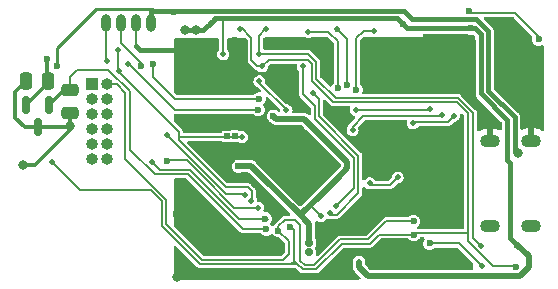
<source format=gbr>
%TF.GenerationSoftware,KiCad,Pcbnew,(6.0.7)*%
%TF.CreationDate,2022-10-28T10:56:41+02:00*%
%TF.ProjectId,LDAD ATOM PRO,4c444144-2041-4544-9f4d-2050524f2e6b,5.3*%
%TF.SameCoordinates,Original*%
%TF.FileFunction,Copper,L2,Bot*%
%TF.FilePolarity,Positive*%
%FSLAX46Y46*%
G04 Gerber Fmt 4.6, Leading zero omitted, Abs format (unit mm)*
G04 Created by KiCad (PCBNEW (6.0.7)) date 2022-10-28 10:56:41*
%MOMM*%
%LPD*%
G01*
G04 APERTURE LIST*
G04 Aperture macros list*
%AMRoundRect*
0 Rectangle with rounded corners*
0 $1 Rounding radius*
0 $2 $3 $4 $5 $6 $7 $8 $9 X,Y pos of 4 corners*
0 Add a 4 corners polygon primitive as box body*
4,1,4,$2,$3,$4,$5,$6,$7,$8,$9,$2,$3,0*
0 Add four circle primitives for the rounded corners*
1,1,$1+$1,$2,$3*
1,1,$1+$1,$4,$5*
1,1,$1+$1,$6,$7*
1,1,$1+$1,$8,$9*
0 Add four rect primitives between the rounded corners*
20,1,$1+$1,$2,$3,$4,$5,0*
20,1,$1+$1,$4,$5,$6,$7,0*
20,1,$1+$1,$6,$7,$8,$9,0*
20,1,$1+$1,$8,$9,$2,$3,0*%
G04 Aperture macros list end*
%TA.AperFunction,SMDPad,CuDef*%
%ADD10RoundRect,0.150000X-0.150000X0.587500X-0.150000X-0.587500X0.150000X-0.587500X0.150000X0.587500X0*%
%TD*%
%TA.AperFunction,SMDPad,CuDef*%
%ADD11RoundRect,0.250000X0.475000X-0.250000X0.475000X0.250000X-0.475000X0.250000X-0.475000X-0.250000X0*%
%TD*%
%TA.AperFunction,SMDPad,CuDef*%
%ADD12RoundRect,0.250000X-0.250000X-0.475000X0.250000X-0.475000X0.250000X0.475000X-0.250000X0.475000X0*%
%TD*%
%TA.AperFunction,ComponentPad*%
%ADD13R,1.000000X1.000000*%
%TD*%
%TA.AperFunction,ComponentPad*%
%ADD14O,1.000000X1.000000*%
%TD*%
%TA.AperFunction,ComponentPad*%
%ADD15O,1.700000X1.100000*%
%TD*%
%TA.AperFunction,SMDPad,CuDef*%
%ADD16R,0.500000X0.500000*%
%TD*%
%TA.AperFunction,SMDPad,CuDef*%
%ADD17O,0.800000X1.500000*%
%TD*%
%TA.AperFunction,ViaPad*%
%ADD18C,0.600000*%
%TD*%
%TA.AperFunction,ViaPad*%
%ADD19C,0.800000*%
%TD*%
%TA.AperFunction,ViaPad*%
%ADD20C,0.500000*%
%TD*%
%TA.AperFunction,ViaPad*%
%ADD21C,0.700000*%
%TD*%
%TA.AperFunction,Conductor*%
%ADD22C,0.150000*%
%TD*%
%TA.AperFunction,Conductor*%
%ADD23C,0.320000*%
%TD*%
%TA.AperFunction,Conductor*%
%ADD24C,0.250000*%
%TD*%
%TA.AperFunction,Conductor*%
%ADD25C,0.300000*%
%TD*%
%TA.AperFunction,Conductor*%
%ADD26C,0.400000*%
%TD*%
%TA.AperFunction,Conductor*%
%ADD27C,0.200000*%
%TD*%
%TA.AperFunction,Conductor*%
%ADD28C,0.510000*%
%TD*%
%TA.AperFunction,Conductor*%
%ADD29C,0.180000*%
%TD*%
G04 APERTURE END LIST*
D10*
%TO.P,U1,1,Vin*%
%TO.N,3V3_PLUG*%
X117720000Y-94112500D03*
%TO.P,U1,2,Vout*%
%TO.N,VOLTAGE_REF*%
X119620000Y-94112500D03*
%TO.P,U1,3,Vss*%
%TO.N,GND*%
X118670000Y-95987500D03*
%TD*%
D11*
%TO.P,MCPC2,1*%
%TO.N,GND*%
X121380000Y-94730000D03*
%TO.P,MCPC2,2*%
%TO.N,VOLTAGE_REF*%
X121380000Y-92830000D03*
%TD*%
D12*
%TO.P,MCPC1,1*%
%TO.N,GND*%
X117680000Y-92070000D03*
%TO.P,MCPC1,2*%
%TO.N,3V3_PLUG*%
X119580000Y-92070000D03*
%TD*%
D13*
%TO.P,J1,1,Pin_1*%
%TO.N,ADC_OUT*%
X123305000Y-92325000D03*
D14*
%TO.P,J1,2,Pin_2*%
%TO.N,GPIO8_I2C_SDA*%
X124575000Y-92325000D03*
%TO.P,J1,3,Pin_3*%
%TO.N,ADC_OUT*%
X123305000Y-93595000D03*
%TO.P,J1,4,Pin_4*%
%TO.N,GPIO06_EXT_PLUG2*%
X124575000Y-93595000D03*
%TO.P,J1,5,Pin_5*%
%TO.N,ADC_OUT*%
X123305000Y-94865000D03*
%TO.P,J1,6,Pin_6*%
%TO.N,Net-(EXP_R1-Pad2)*%
X124575000Y-94865000D03*
%TO.P,J1,7,Pin_7*%
%TO.N,ADC_OUT*%
X123305000Y-96135000D03*
%TO.P,J1,8,Pin_8*%
%TO.N,Net-(EXP_R2-Pad2)*%
X124575000Y-96135000D03*
%TO.P,J1,9,Pin_9*%
%TO.N,ADC_OUT*%
X123305000Y-97405000D03*
%TO.P,J1,10,Pin_10*%
%TO.N,Net-(EXP_R3-Pad2)*%
X124575000Y-97405000D03*
%TO.P,J1,11,Pin_11*%
%TO.N,ADC_OUT*%
X123305000Y-98675000D03*
%TO.P,J1,12,Pin_12*%
%TO.N,Net-(EXP_R4-Pad2)*%
X124575000Y-98675000D03*
%TD*%
D15*
%TO.P,J2,6,Shield*%
%TO.N,GND*%
X156990000Y-97160000D03*
X160470000Y-97140000D03*
X160470000Y-104360000D03*
X157000000Y-104350000D03*
%TD*%
D16*
%TO.P,REF\u002A\u002A,1*%
%TO.N,N/C*%
X135375000Y-96755000D03*
%TO.P,REF\u002A\u002A,2*%
X134750000Y-96760000D03*
%TD*%
D17*
%TO.P,ICSP1,1,Pin_1*%
%TO.N,5V0*%
X128275000Y-87150500D03*
%TO.P,ICSP1,2,Pin_2*%
%TO.N,GND*%
X127005000Y-87150500D03*
%TO.P,ICSP1,3,Pin_3*%
%TO.N,TXD0*%
X125735000Y-87150500D03*
%TO.P,ICSP1,4,Pin_4*%
%TO.N,RXD0*%
X124465000Y-87150500D03*
%TD*%
D18*
%TO.N,3V3_PLUG*%
X119440000Y-90210000D03*
%TO.N,VOLTAGE_REF*%
X138040000Y-104620000D03*
D19*
%TO.N,GND*%
X143280000Y-99230000D03*
D18*
X138670000Y-88630000D03*
X136010000Y-90800000D03*
D19*
X117430000Y-99150000D03*
X140460000Y-96390000D03*
X142030000Y-100500000D03*
X121390000Y-95900000D03*
X140810000Y-101870000D03*
D20*
X139360000Y-106450000D03*
D19*
X139430000Y-100410000D03*
X138110000Y-98950000D03*
D18*
X130530000Y-95260000D03*
D19*
X130440000Y-108690000D03*
D18*
X152330000Y-88540000D03*
D20*
X148180000Y-95930000D03*
D18*
X130410000Y-103290000D03*
D20*
X136320000Y-106470000D03*
X132440000Y-101950000D03*
D18*
X147580000Y-103110000D03*
X130460000Y-101500000D03*
D19*
X141860000Y-97750000D03*
D18*
X134490000Y-95260000D03*
X130520000Y-88730000D03*
D20*
X148590000Y-99620000D03*
D19*
X139210000Y-97790000D03*
D18*
X145860000Y-104830000D03*
D19*
X159400000Y-92680000D03*
D20*
X152510000Y-103110000D03*
X142030000Y-88630000D03*
X133270000Y-106360000D03*
D19*
X140630000Y-99060000D03*
D20*
X141500000Y-94330000D03*
D18*
X135360000Y-88600000D03*
D20*
%TO.N,Net-(EC50-Pad1)*%
X141110000Y-90830000D03*
X143940000Y-102670000D03*
%TO.N,Net-(EC51-Pad1)*%
X143410000Y-103280000D03*
X142030000Y-93110000D03*
D21*
%TO.N,3V3*%
X141680000Y-105780000D03*
D18*
X155340000Y-87610000D03*
D19*
X132090000Y-87750000D03*
D20*
X145880000Y-107350000D03*
D21*
X141670000Y-106550000D03*
D18*
X135680000Y-99280000D03*
D20*
X134390000Y-89790000D03*
D18*
X138640000Y-95030000D03*
X149590000Y-87250000D03*
D20*
X146050000Y-107990000D03*
D18*
X161100000Y-88540000D03*
D19*
X131120000Y-87730000D03*
D20*
X142640000Y-103490000D03*
D18*
X155230000Y-86110000D03*
X159250000Y-105910000D03*
D20*
%TO.N,CHIP_EN*%
X129630000Y-96610000D03*
X136220000Y-101710000D03*
%TO.N,ESP_GPIO0_BOOT-DTR*%
X136770000Y-102200000D03*
X135990000Y-96810000D03*
X125490000Y-89450000D03*
X125560000Y-91180000D03*
D18*
%TO.N,GPIO8_I2C_SDA*%
X151870000Y-105810000D03*
X139050000Y-104730000D03*
D20*
X137440000Y-89740000D03*
D18*
X150510000Y-103940000D03*
D20*
X156260000Y-106060000D03*
X156280000Y-107760000D03*
X138010000Y-87690000D03*
%TO.N,SPIHD*%
X150460000Y-95660000D03*
X153940000Y-94990000D03*
%TO.N,SPICLK*%
X145340000Y-96210000D03*
X152950000Y-94940000D03*
%TO.N,SPID*%
X145630000Y-94510000D03*
X151910000Y-94420000D03*
D18*
%TO.N,TXD0*%
X127460000Y-90760000D03*
%TO.N,RXD0*%
X137350000Y-94490000D03*
D20*
X124530000Y-90330000D03*
X126290000Y-90640000D03*
%TO.N,GPIO9_I2C_SCL*%
X119860000Y-98930000D03*
X135800000Y-87620000D03*
D18*
X159150000Y-107810000D03*
X140080000Y-104420000D03*
D20*
X137690000Y-90820000D03*
D18*
X150530000Y-105060000D03*
%TO.N,Net-(ER2-Pad2)*%
X128460000Y-90630000D03*
X137430000Y-93580000D03*
D20*
%TO.N,SPICS1*%
X146800000Y-100730000D03*
X149160000Y-100230000D03*
%TO.N,IO35_LED_G*%
X144060000Y-87670000D03*
D18*
X144890000Y-92370000D03*
%TO.N,5V0*%
X120330000Y-90750000D03*
X130210000Y-86210000D03*
D19*
X159330000Y-98200000D03*
D18*
%TO.N,IO34_LED_B*%
X145650000Y-92800000D03*
D20*
X147170000Y-87810000D03*
D18*
%TO.N,IO36_LED_R*%
X144110000Y-92680000D03*
D20*
X141600000Y-87910000D03*
D18*
%TO.N,GPIO06_EXT_PLUG2*%
X137950000Y-103710000D03*
D20*
X128390000Y-98920000D03*
%TO.N,GPIO38_IMU_CS*%
X137450000Y-92080000D03*
X139750000Y-94540000D03*
%TO.N,GPIO2_PLUG_PWR_3V3*%
X137340000Y-102790000D03*
D18*
X129610000Y-98860000D03*
%TD*%
D22*
%TO.N,VOLTAGE_REF*%
X121380000Y-91760000D02*
X121380000Y-92830000D01*
X124660000Y-91100000D02*
X122040000Y-91100000D01*
X126500000Y-97870000D02*
X126500000Y-92940000D01*
X126500000Y-92940000D02*
X124660000Y-91100000D01*
X131430000Y-99970000D02*
X128600000Y-99970000D01*
X128600000Y-99970000D02*
X126500000Y-97870000D01*
X136080000Y-104620000D02*
X131430000Y-99970000D01*
X122040000Y-91100000D02*
X121380000Y-91760000D01*
X138040000Y-104620000D02*
X136080000Y-104620000D01*
D23*
X120900000Y-92830000D02*
X121380000Y-92830000D01*
X119620000Y-94110000D02*
X120900000Y-92830000D01*
X119620000Y-94112500D02*
X119620000Y-94110000D01*
%TO.N,3V3_PLUG*%
X119580000Y-92252500D02*
X117720000Y-94112500D01*
X119580000Y-92070000D02*
X119580000Y-92252500D01*
X119440000Y-91930000D02*
X119440000Y-90210000D01*
X119580000Y-92070000D02*
X119440000Y-91930000D01*
%TO.N,GND*%
X116780000Y-92970000D02*
X117680000Y-92070000D01*
X117577500Y-95987500D02*
X116780000Y-95190000D01*
X118670000Y-95987500D02*
X117577500Y-95987500D01*
X116780000Y-95190000D02*
X116780000Y-92970000D01*
X121390000Y-95900000D02*
X121302500Y-95987500D01*
X121302500Y-95987500D02*
X118670000Y-95987500D01*
X121380000Y-95890000D02*
X121390000Y-95900000D01*
X121380000Y-94730000D02*
X121380000Y-95890000D01*
X118430000Y-99190000D02*
X117450000Y-99190000D01*
X121390000Y-96230000D02*
X118430000Y-99190000D01*
X121390000Y-95900000D02*
X121390000Y-96230000D01*
D24*
%TO.N,5V0*%
X120320000Y-89270000D02*
X120320000Y-90630000D01*
X123050000Y-86540000D02*
X120320000Y-89270000D01*
X123050000Y-86540000D02*
X123590000Y-86000000D01*
D22*
%TO.N,GPIO8_I2C_SDA*%
X139640000Y-103790000D02*
X139050000Y-104380000D01*
X140430000Y-103790000D02*
X140080000Y-103790000D01*
X140080000Y-103790000D02*
X139640000Y-103790000D01*
X139050000Y-104380000D02*
X139050000Y-104730000D01*
X139940000Y-105620000D02*
X139050000Y-104730000D01*
X139940000Y-106010000D02*
X139940000Y-105620000D01*
X139940000Y-106010000D02*
X139940000Y-106730000D01*
D25*
%TO.N,GND*%
X130460000Y-101500000D02*
X130460000Y-104360000D01*
D26*
X155560000Y-91530000D02*
X155560000Y-93480000D01*
D25*
X130440000Y-108690000D02*
X145510000Y-108690000D01*
D27*
X135280000Y-95270000D02*
X134980000Y-95270000D01*
X148180000Y-95930000D02*
X148180000Y-97920000D01*
D22*
X127005000Y-87150500D02*
X127005000Y-89065000D01*
D27*
X134980000Y-95270000D02*
X136690000Y-95270000D01*
D26*
X155400000Y-88540000D02*
X155560000Y-88700000D01*
D27*
X143240000Y-99440000D02*
X140810000Y-101870000D01*
X139430000Y-100180000D02*
X141860000Y-97750000D01*
D26*
X130420000Y-89420000D02*
X130420000Y-91050000D01*
D27*
X139430000Y-100410000D02*
X139430000Y-100180000D01*
X147580000Y-103910000D02*
X146670000Y-104820000D01*
X138180000Y-99030000D02*
X138180000Y-98670000D01*
D25*
X127005000Y-86555000D02*
X127005000Y-87150500D01*
D27*
X134630000Y-95210000D02*
X130490000Y-95210000D01*
X147580000Y-103110000D02*
X147580000Y-103910000D01*
D26*
X156990000Y-94910000D02*
X156990000Y-96640000D01*
D27*
X152530000Y-103160000D02*
X152530000Y-101840000D01*
X136010000Y-90800000D02*
X136620000Y-91410000D01*
X130480000Y-88590000D02*
X130480000Y-88720000D01*
X139340000Y-106470000D02*
X139360000Y-106450000D01*
D24*
X132380000Y-105390000D02*
X133260000Y-106270000D01*
D26*
X127360000Y-89420000D02*
X127010000Y-89070000D01*
D27*
X137990000Y-99030000D02*
X138180000Y-99030000D01*
X135280000Y-95270000D02*
X136670000Y-95270000D01*
X136010000Y-90810000D02*
X136010000Y-88700000D01*
D26*
X138670000Y-88630000D02*
X142030000Y-88630000D01*
D25*
X130440000Y-108690000D02*
X130440000Y-107510000D01*
D27*
X148720000Y-99670000D02*
X148750000Y-99700000D01*
X136010000Y-88700000D02*
X136120000Y-88590000D01*
D26*
X152330000Y-88540000D02*
X153440000Y-88540000D01*
D24*
X133460000Y-106470000D02*
X136320000Y-106470000D01*
D27*
X139210000Y-97790000D02*
X139400000Y-97790000D01*
D24*
X132380000Y-103500000D02*
X132380000Y-105390000D01*
D27*
X135710000Y-95270000D02*
X135280000Y-95270000D01*
D24*
X132380000Y-103500000D02*
X132380000Y-101890000D01*
X133260000Y-106270000D02*
X133460000Y-106470000D01*
D27*
X134690000Y-95270000D02*
X134630000Y-95210000D01*
X139400000Y-97790000D02*
X142000000Y-100390000D01*
X138580000Y-91410000D02*
X141500000Y-94330000D01*
D26*
X130440000Y-88650000D02*
X133490000Y-88650000D01*
D27*
X136620000Y-91410000D02*
X138580000Y-91410000D01*
D26*
X155560000Y-88700000D02*
X155560000Y-91530000D01*
D27*
X136320000Y-106470000D02*
X139340000Y-106470000D01*
D26*
X130420000Y-89420000D02*
X127360000Y-89420000D01*
X130420000Y-88710000D02*
X130420000Y-89420000D01*
X153440000Y-88540000D02*
X155400000Y-88540000D01*
D27*
X148180000Y-99130000D02*
X148720000Y-99670000D01*
X152530000Y-101650000D02*
X152530000Y-101840000D01*
X143240000Y-99120000D02*
X143240000Y-99440000D01*
X148750000Y-99700000D02*
X150580000Y-99700000D01*
X127005000Y-87085000D02*
X127005000Y-86555000D01*
D26*
X153440000Y-88540000D02*
X147470000Y-88540000D01*
D27*
X136010000Y-90800000D02*
X136020000Y-90800000D01*
X146670000Y-104820000D02*
X145855000Y-104820000D01*
X148180000Y-97920000D02*
X148180000Y-99130000D01*
D26*
X136080000Y-88590000D02*
X135040000Y-88590000D01*
D22*
X127005000Y-89065000D02*
X127010000Y-89070000D01*
D27*
X136660000Y-95280000D02*
X136670000Y-95270000D01*
X138180000Y-98670000D02*
X140460000Y-96390000D01*
X136690000Y-95270000D02*
X139210000Y-97790000D01*
X150580000Y-99700000D02*
X152530000Y-101650000D01*
D26*
X130420000Y-89860000D02*
X130420000Y-91770000D01*
D27*
X134980000Y-95270000D02*
X134690000Y-95270000D01*
D26*
X155560000Y-93480000D02*
X156990000Y-94910000D01*
D22*
%TO.N,Net-(EC50-Pad1)*%
X143910000Y-102670000D02*
X143960000Y-102720000D01*
X142130000Y-95240000D02*
X145460000Y-98570000D01*
X141110000Y-93140000D02*
X142130000Y-94160000D01*
X142130000Y-94160000D02*
X142130000Y-95240000D01*
X141110000Y-90830000D02*
X141110000Y-93140000D01*
X145460000Y-101150000D02*
X143940000Y-102670000D01*
X145460000Y-98570000D02*
X145460000Y-101150000D01*
%TO.N,Net-(EC51-Pad1)*%
X143410000Y-103280000D02*
X143520000Y-103390000D01*
X145840000Y-101570000D02*
X145840000Y-98380000D01*
X144020000Y-103390000D02*
X145840000Y-101570000D01*
X142510000Y-95050000D02*
X142510000Y-93590000D01*
X143520000Y-103390000D02*
X144020000Y-103390000D01*
X145840000Y-98380000D02*
X142510000Y-95050000D01*
X142510000Y-93590000D02*
X142030000Y-93110000D01*
D26*
%TO.N,3V3*%
X132720000Y-87730000D02*
X131120000Y-87730000D01*
X158430000Y-98770000D02*
X158690000Y-99030000D01*
D28*
X144135000Y-100235000D02*
X144900000Y-99470000D01*
D27*
X135190000Y-86810000D02*
X135150000Y-86770000D01*
D29*
X161100000Y-88540000D02*
X161100000Y-88310000D01*
X161100000Y-88310000D02*
X159100000Y-86310000D01*
D28*
X141680000Y-104180000D02*
X141680000Y-105780000D01*
X142645000Y-101725000D02*
X141015000Y-103355000D01*
X160260000Y-107820000D02*
X159480000Y-108600000D01*
X137535000Y-100035000D02*
X136780000Y-99280000D01*
D26*
X156190000Y-88070000D02*
X155730000Y-87610000D01*
D27*
X135170000Y-86790000D02*
X135150000Y-86770000D01*
D28*
X141795000Y-95855000D02*
X141210000Y-95270000D01*
D26*
X133495000Y-86955000D02*
X133300000Y-87150000D01*
D27*
X142250000Y-102160000D02*
X142250000Y-102120000D01*
D26*
X158430000Y-96750000D02*
X158430000Y-98770000D01*
D28*
X142645000Y-101725000D02*
X144135000Y-100235000D01*
X160260000Y-107420000D02*
X160260000Y-106920000D01*
D26*
X155340000Y-87610000D02*
X149950000Y-87610000D01*
D28*
X141210000Y-95270000D02*
X138880000Y-95270000D01*
D26*
X139860000Y-86770000D02*
X140750000Y-86770000D01*
X158690000Y-99030000D02*
X158690000Y-105350000D01*
D28*
X159480000Y-108600000D02*
X146650000Y-108600000D01*
X140855000Y-103355000D02*
X141330000Y-103830000D01*
D26*
X134250000Y-86770000D02*
X135150000Y-86770000D01*
D28*
X160260000Y-107420000D02*
X160260000Y-107820000D01*
D26*
X133495000Y-86955000D02*
X132720000Y-87730000D01*
X149950000Y-87610000D02*
X149590000Y-87250000D01*
X156190000Y-93100000D02*
X156190000Y-88070000D01*
X158430000Y-95340000D02*
X156190000Y-93100000D01*
D28*
X141015000Y-103355000D02*
X140855000Y-103355000D01*
X144900000Y-99470000D02*
X144900000Y-98960000D01*
X160260000Y-106920000D02*
X159250000Y-105910000D01*
D26*
X133680000Y-86770000D02*
X133495000Y-86955000D01*
D27*
X134390000Y-86910000D02*
X134250000Y-86770000D01*
D28*
X144900000Y-98960000D02*
X141795000Y-95855000D01*
D26*
X140750000Y-86770000D02*
X147660000Y-86770000D01*
X155730000Y-87610000D02*
X155340000Y-87610000D01*
D28*
X141330000Y-103830000D02*
X141575000Y-104075000D01*
D29*
X155430000Y-86310000D02*
X155230000Y-86110000D01*
D28*
X142250000Y-102120000D02*
X142645000Y-101725000D01*
D27*
X142280000Y-102120000D02*
X142250000Y-102120000D01*
D28*
X138880000Y-95270000D02*
X138640000Y-95030000D01*
D27*
X134390000Y-89790000D02*
X134390000Y-86910000D01*
D26*
X147660000Y-86770000D02*
X149110000Y-86770000D01*
D28*
X145880000Y-107830000D02*
X145880000Y-107350000D01*
D26*
X135150000Y-86770000D02*
X139860000Y-86770000D01*
X158430000Y-96750000D02*
X158430000Y-95340000D01*
D28*
X141575000Y-104075000D02*
X141680000Y-104180000D01*
D27*
X142630000Y-103470000D02*
X141820000Y-102660000D01*
D28*
X146650000Y-108600000D02*
X145880000Y-107830000D01*
D24*
X144135000Y-100245000D02*
X144135000Y-100235000D01*
D26*
X158690000Y-105350000D02*
X159250000Y-105910000D01*
D29*
X159100000Y-86310000D02*
X155430000Y-86310000D01*
D28*
X136780000Y-99280000D02*
X135680000Y-99280000D01*
D26*
X134250000Y-86770000D02*
X133680000Y-86770000D01*
D28*
X137535000Y-100035000D02*
X140855000Y-103355000D01*
D26*
X149110000Y-86770000D02*
X149590000Y-87250000D01*
D22*
%TO.N,CHIP_EN*%
X136210000Y-101610000D02*
X134640000Y-101610000D01*
X129740000Y-96710000D02*
X129740000Y-96570000D01*
X134640000Y-101610000D02*
X129740000Y-96710000D01*
%TO.N,ESP_GPIO0_BOOT-DTR*%
X134630000Y-101060000D02*
X136500000Y-101060000D01*
D27*
X135277500Y-96787500D02*
X135282500Y-96782500D01*
D22*
X135990000Y-96810000D02*
X135310000Y-96810000D01*
X131325000Y-97755000D02*
X134630000Y-101060000D01*
X130630000Y-96810000D02*
X130630000Y-96380000D01*
X130630000Y-96810000D02*
X131310000Y-96810000D01*
X130630000Y-97060000D02*
X130630000Y-96810000D01*
X131325000Y-97755000D02*
X130870000Y-97300000D01*
D27*
X125490000Y-89450000D02*
X125490000Y-91210000D01*
D22*
X131310000Y-96810000D02*
X131670000Y-96810000D01*
X130870000Y-97300000D02*
X130630000Y-97060000D01*
X136800000Y-101360000D02*
X136800000Y-102110000D01*
X135310000Y-96810000D02*
X135282500Y-96782500D01*
X130630000Y-96380000D02*
X125420000Y-91170000D01*
X131670000Y-96810000D02*
X135990000Y-96810000D01*
X136500000Y-101060000D02*
X136800000Y-101360000D01*
X134657500Y-96787500D02*
X135277500Y-96787500D01*
X136800000Y-102110000D02*
X136720000Y-102190000D01*
%TO.N,GPIO8_I2C_SDA*%
X155530000Y-105330000D02*
X155530000Y-94740000D01*
X144290000Y-105480000D02*
X142110000Y-107660000D01*
X142290000Y-90460000D02*
X141570000Y-89740000D01*
X148200000Y-103940000D02*
X146660000Y-105480000D01*
X146660000Y-105480000D02*
X144290000Y-105480000D01*
X125365000Y-92325000D02*
X124575000Y-92325000D01*
X150510000Y-103940000D02*
X148200000Y-103940000D01*
X129570000Y-104180000D02*
X129570000Y-102100000D01*
X126100000Y-93060000D02*
X125365000Y-92325000D01*
X142290000Y-91870000D02*
X142290000Y-90460000D01*
X137440000Y-89740000D02*
X137440000Y-88210000D01*
D27*
X156280000Y-107760000D02*
X156280000Y-107740000D01*
D22*
X143940000Y-93520000D02*
X142290000Y-91870000D01*
X132570000Y-107180000D02*
X129570000Y-104180000D01*
X141280000Y-107660000D02*
X140910000Y-107290000D01*
X139490000Y-107180000D02*
X132570000Y-107180000D01*
D27*
X156280000Y-107740000D02*
X154350000Y-105810000D01*
D22*
X126100000Y-98630000D02*
X126100000Y-93060000D01*
D27*
X154350000Y-105810000D02*
X151870000Y-105810000D01*
D22*
X139940000Y-106730000D02*
X139490000Y-107180000D01*
X141570000Y-89740000D02*
X137440000Y-89740000D01*
X129570000Y-102100000D02*
X126100000Y-98630000D01*
X137440000Y-88210000D02*
X137960000Y-87690000D01*
X156260000Y-106060000D02*
X155530000Y-105330000D01*
X140910000Y-104270000D02*
X140430000Y-103790000D01*
X137960000Y-87690000D02*
X138010000Y-87690000D01*
X154310000Y-93520000D02*
X143940000Y-93520000D01*
X142110000Y-107660000D02*
X141280000Y-107660000D01*
X155530000Y-94740000D02*
X154310000Y-93520000D01*
X140910000Y-107290000D02*
X140910000Y-104270000D01*
D27*
%TO.N,SPIHD*%
X152100000Y-95510000D02*
X151660000Y-95510000D01*
X153460000Y-95510000D02*
X152100000Y-95510000D01*
X153940000Y-94990000D02*
X153940000Y-95030000D01*
X152100000Y-95510000D02*
X150610000Y-95510000D01*
X153940000Y-95030000D02*
X153460000Y-95510000D01*
X150610000Y-95510000D02*
X150460000Y-95660000D01*
%TO.N,SPICLK*%
X146270000Y-94990000D02*
X145340000Y-95920000D01*
X152370000Y-94990000D02*
X146270000Y-94990000D01*
X152900000Y-94990000D02*
X152950000Y-94940000D01*
X152790000Y-94990000D02*
X152950000Y-94830000D01*
X145340000Y-95920000D02*
X145340000Y-96210000D01*
X152370000Y-94990000D02*
X152790000Y-94990000D01*
X152370000Y-94990000D02*
X152900000Y-94990000D01*
%TO.N,SPID*%
X151820000Y-94510000D02*
X151910000Y-94420000D01*
X145630000Y-94510000D02*
X151820000Y-94510000D01*
%TO.N,TXD0*%
X127460000Y-90580000D02*
X127460000Y-90760000D01*
X125735000Y-87150500D02*
X125735000Y-88855000D01*
X125735000Y-88855000D02*
X127460000Y-90580000D01*
D22*
%TO.N,RXD0*%
X124465000Y-87050500D02*
X124465000Y-89195000D01*
X130300000Y-94490000D02*
X126370000Y-90560000D01*
X137350000Y-94490000D02*
X130300000Y-94490000D01*
X124465000Y-89195000D02*
X124465000Y-90265000D01*
X124465000Y-89195000D02*
X124465000Y-89875000D01*
X124465000Y-90265000D02*
X124530000Y-90330000D01*
%TO.N,GPIO9_I2C_SCL*%
X119860000Y-98930000D02*
X122240000Y-101310000D01*
X142280000Y-108010000D02*
X141120000Y-108010000D01*
X144450000Y-105840000D02*
X142280000Y-108010000D01*
X140430000Y-107370000D02*
X140620000Y-107560000D01*
X159235000Y-107750000D02*
X157200000Y-107750000D01*
X146800000Y-105840000D02*
X144450000Y-105840000D01*
X141560000Y-90260000D02*
X138250000Y-90260000D01*
X129200000Y-104330000D02*
X132430000Y-107560000D01*
X140170000Y-107560000D02*
X140360000Y-107370000D01*
X136780000Y-88430000D02*
X135960000Y-87610000D01*
X140400000Y-104710000D02*
X140400000Y-106470000D01*
X132430000Y-107560000D02*
X140170000Y-107560000D01*
X129200000Y-102250000D02*
X129200000Y-104330000D01*
X157200000Y-107750000D02*
X155090000Y-105640000D01*
X154280000Y-104960000D02*
X155020000Y-104960000D01*
X136780000Y-89050000D02*
X136780000Y-88430000D01*
X140400000Y-106470000D02*
X140400000Y-107370000D01*
X137690000Y-90820000D02*
X137280000Y-90820000D01*
X154280000Y-104960000D02*
X150490000Y-104960000D01*
X128260000Y-101310000D02*
X129200000Y-102250000D01*
X147580000Y-105060000D02*
X146800000Y-105840000D01*
X140620000Y-107560000D02*
X140370000Y-107560000D01*
X141910000Y-92050000D02*
X141910000Y-90610000D01*
X140400000Y-107370000D02*
X140430000Y-107370000D01*
X122240000Y-101310000D02*
X128260000Y-101310000D01*
X155090000Y-94800000D02*
X154160000Y-93870000D01*
X140370000Y-107560000D02*
X140170000Y-107560000D01*
X154160000Y-93870000D02*
X143730000Y-93870000D01*
X140110000Y-104420000D02*
X140400000Y-104710000D01*
X137280000Y-90820000D02*
X136780000Y-90320000D01*
X150530000Y-105060000D02*
X147580000Y-105060000D01*
X138250000Y-90260000D02*
X137690000Y-90820000D01*
D27*
X140080000Y-104420000D02*
X140110000Y-104420000D01*
D22*
X136780000Y-90320000D02*
X136780000Y-89050000D01*
X140360000Y-107370000D02*
X140400000Y-107370000D01*
X141120000Y-108010000D02*
X140670000Y-107560000D01*
X155090000Y-105640000D02*
X155090000Y-94800000D01*
X143730000Y-93870000D02*
X141910000Y-92050000D01*
X140400000Y-107370000D02*
X140400000Y-107530000D01*
X141910000Y-90610000D02*
X141560000Y-90260000D01*
X140400000Y-107530000D02*
X140370000Y-107560000D01*
X140670000Y-107560000D02*
X140620000Y-107560000D01*
%TO.N,Net-(ER2-Pad2)*%
X137430000Y-93580000D02*
X130280000Y-93580000D01*
X130280000Y-93580000D02*
X128460000Y-91760000D01*
X128460000Y-91760000D02*
X128460000Y-90630000D01*
D29*
%TO.N,SPICS1*%
X148510000Y-100880000D02*
X149160000Y-100230000D01*
X147820000Y-100880000D02*
X148510000Y-100880000D01*
D27*
X146940000Y-100880000D02*
X146780000Y-100720000D01*
D29*
X147820000Y-100880000D02*
X146940000Y-100880000D01*
D27*
%TO.N,IO35_LED_G*%
X143970000Y-87830000D02*
X144070000Y-87730000D01*
D22*
X144890000Y-92370000D02*
X144890000Y-88500000D01*
X144890000Y-88500000D02*
X144060000Y-87670000D01*
D26*
%TO.N,5V0*%
X128290000Y-86160000D02*
X128260000Y-86130000D01*
X159090000Y-96380000D02*
X159090000Y-95120000D01*
X159090000Y-96380000D02*
X159090000Y-97470000D01*
X129540000Y-86160000D02*
X128550000Y-86160000D01*
X128275000Y-87150500D02*
X128260000Y-87135500D01*
X129800000Y-86160000D02*
X129540000Y-86160000D01*
X159090000Y-97960000D02*
X159330000Y-98200000D01*
X148750000Y-86160000D02*
X129800000Y-86160000D01*
X149680000Y-86160000D02*
X150005000Y-86485000D01*
X155830000Y-86850000D02*
X156840000Y-87860000D01*
X128550000Y-86160000D02*
X128290000Y-86160000D01*
D24*
X127890000Y-86000000D02*
X128390000Y-86000000D01*
D26*
X128260000Y-87092750D02*
X128260000Y-86087250D01*
D24*
X128390000Y-86000000D02*
X128550000Y-86160000D01*
D26*
X159090000Y-95120000D02*
X156840000Y-92870000D01*
X148750000Y-86160000D02*
X149680000Y-86160000D01*
D24*
X127890000Y-86000000D02*
X128130000Y-86000000D01*
D26*
X150005000Y-86485000D02*
X150370000Y-86850000D01*
X156840000Y-87860000D02*
X156840000Y-88270000D01*
X159090000Y-96380000D02*
X159090000Y-97960000D01*
X150370000Y-86850000D02*
X155830000Y-86850000D01*
X156840000Y-92870000D02*
X156840000Y-88270000D01*
D24*
X123590000Y-86000000D02*
X127890000Y-86000000D01*
X128130000Y-86000000D02*
X128260000Y-86130000D01*
D22*
%TO.N,IO34_LED_B*%
X145650000Y-92800000D02*
X145650000Y-88450000D01*
X146290000Y-87810000D02*
X147170000Y-87810000D01*
X145650000Y-88450000D02*
X146290000Y-87810000D01*
%TO.N,IO36_LED_R*%
X142160000Y-87890000D02*
X141710000Y-87890000D01*
X144110000Y-89600000D02*
X144110000Y-89970000D01*
X142400000Y-87890000D02*
X142160000Y-87890000D01*
X143290000Y-87890000D02*
X142160000Y-87890000D01*
X144110000Y-89970000D02*
X144110000Y-92680000D01*
X144110000Y-88710000D02*
X143290000Y-87890000D01*
X144110000Y-89970000D02*
X144110000Y-88710000D01*
%TO.N,GPIO06_EXT_PLUG2*%
X138150000Y-103720000D02*
X135700000Y-103720000D01*
X132075000Y-100095000D02*
X131590000Y-99610000D01*
X128520000Y-99060000D02*
X128520000Y-98920000D01*
X131590000Y-99610000D02*
X129070000Y-99610000D01*
X135700000Y-103720000D02*
X132075000Y-100095000D01*
X129070000Y-99610000D02*
X128520000Y-99060000D01*
%TO.N,GPIO38_IMU_CS*%
X139770000Y-94540000D02*
X137450000Y-92220000D01*
X137450000Y-92220000D02*
X137450000Y-91930000D01*
%TO.N,GPIO2_PLUG_PWR_3V3*%
X136680000Y-102790000D02*
X135310000Y-102790000D01*
X137400000Y-102790000D02*
X136680000Y-102790000D01*
X131300000Y-98780000D02*
X129450000Y-98780000D01*
X135310000Y-102790000D02*
X132405000Y-99885000D01*
X132405000Y-99885000D02*
X131300000Y-98780000D01*
%TD*%
%TA.AperFunction,Conductor*%
%TO.N,GND*%
G36*
X155046799Y-88084502D02*
G01*
X155053000Y-88088863D01*
X155053807Y-88089329D01*
X155060357Y-88094355D01*
X155067983Y-88097514D01*
X155067985Y-88097515D01*
X155172113Y-88140646D01*
X155195246Y-88150228D01*
X155340000Y-88169285D01*
X155348188Y-88168207D01*
X155476566Y-88151306D01*
X155484754Y-88150228D01*
X155507887Y-88140646D01*
X155578477Y-88133057D01*
X155645200Y-88167960D01*
X155698595Y-88221355D01*
X155732621Y-88283667D01*
X155735500Y-88310450D01*
X155735500Y-93065544D01*
X155734627Y-93080353D01*
X155730593Y-93114438D01*
X155732285Y-93123702D01*
X155732285Y-93123705D01*
X155741229Y-93172680D01*
X155741878Y-93176582D01*
X155749284Y-93225836D01*
X155750685Y-93235151D01*
X155753838Y-93241718D01*
X155755147Y-93248883D01*
X155782462Y-93301467D01*
X155784205Y-93304957D01*
X155809846Y-93358353D01*
X155814741Y-93363648D01*
X155814834Y-93363787D01*
X155818148Y-93370166D01*
X155822494Y-93375254D01*
X155860076Y-93412836D01*
X155863506Y-93416401D01*
X155902617Y-93458712D01*
X155909017Y-93462430D01*
X155915277Y-93468037D01*
X157938595Y-95491355D01*
X157972621Y-95553667D01*
X157975500Y-95580450D01*
X157975500Y-96116411D01*
X157955498Y-96184532D01*
X157901842Y-96231025D01*
X157831568Y-96241129D01*
X157788799Y-96226826D01*
X157714202Y-96185816D01*
X157702938Y-96180988D01*
X157516905Y-96121975D01*
X157504916Y-96119427D01*
X157353053Y-96102393D01*
X157346029Y-96102000D01*
X157262115Y-96102000D01*
X157246876Y-96106475D01*
X157245671Y-96107865D01*
X157244000Y-96115548D01*
X157244000Y-97288000D01*
X157223998Y-97356121D01*
X157170342Y-97402614D01*
X157118000Y-97414000D01*
X156862000Y-97414000D01*
X156793879Y-97393998D01*
X156747386Y-97340342D01*
X156736000Y-97288000D01*
X156736000Y-96120115D01*
X156731525Y-96104876D01*
X156730135Y-96103671D01*
X156722452Y-96102000D01*
X156640876Y-96102000D01*
X156634728Y-96102301D01*
X156489639Y-96116527D01*
X156477604Y-96118910D01*
X156290777Y-96175317D01*
X156279435Y-96179992D01*
X156107121Y-96271612D01*
X156096905Y-96278399D01*
X156065136Y-96304310D01*
X155999705Y-96331864D01*
X155929763Y-96319669D01*
X155877518Y-96271597D01*
X155859500Y-96206667D01*
X155859500Y-94759882D01*
X155859980Y-94748900D01*
X155862349Y-94721822D01*
X155863310Y-94710840D01*
X155853419Y-94673927D01*
X155851041Y-94663199D01*
X155846319Y-94636419D01*
X155846319Y-94636418D01*
X155844405Y-94625566D01*
X155838894Y-94616021D01*
X155837637Y-94612567D01*
X155836087Y-94609244D01*
X155833235Y-94598599D01*
X155811315Y-94567294D01*
X155805410Y-94558024D01*
X155791819Y-94534483D01*
X155791816Y-94534479D01*
X155786305Y-94524934D01*
X155757044Y-94500381D01*
X155748940Y-94492956D01*
X155495736Y-94239752D01*
X155490000Y-88590000D01*
X151300000Y-88550000D01*
X151298002Y-88191201D01*
X151317625Y-88122970D01*
X151371021Y-88076180D01*
X151424000Y-88064500D01*
X154978678Y-88064500D01*
X155046799Y-88084502D01*
G37*
%TD.AperFunction*%
%TA.AperFunction,Conductor*%
G36*
X158973234Y-86674502D02*
G01*
X158994208Y-86691405D01*
X160540741Y-88237938D01*
X160574767Y-88300250D01*
X160568054Y-88375252D01*
X160559772Y-88395246D01*
X160540715Y-88540000D01*
X160541793Y-88548188D01*
X160547298Y-88590000D01*
X160559772Y-88684754D01*
X160615645Y-88819642D01*
X160704526Y-88935474D01*
X160711076Y-88940500D01*
X160711079Y-88940503D01*
X160805238Y-89012754D01*
X160820357Y-89024355D01*
X160955246Y-89080228D01*
X161100000Y-89099285D01*
X161108188Y-89098207D01*
X161236566Y-89081306D01*
X161244754Y-89080228D01*
X161379643Y-89024355D01*
X161380567Y-89026587D01*
X161437584Y-89012754D01*
X161504676Y-89035974D01*
X161548564Y-89091780D01*
X161557590Y-89138555D01*
X161560708Y-96154650D01*
X161540736Y-96222780D01*
X161487101Y-96269296D01*
X161416832Y-96279431D01*
X161371248Y-96261676D01*
X161370627Y-96262806D01*
X161194202Y-96165816D01*
X161182938Y-96160988D01*
X160996905Y-96101975D01*
X160984916Y-96099427D01*
X160833053Y-96082393D01*
X160826029Y-96082000D01*
X160742115Y-96082000D01*
X160726876Y-96086475D01*
X160725671Y-96087865D01*
X160724000Y-96095548D01*
X160724000Y-97268000D01*
X160703998Y-97336121D01*
X160650342Y-97382614D01*
X160598000Y-97394000D01*
X160342000Y-97394000D01*
X160273879Y-97373998D01*
X160227386Y-97320342D01*
X160216000Y-97268000D01*
X160216000Y-96100115D01*
X160211525Y-96084876D01*
X160210135Y-96083671D01*
X160202452Y-96082000D01*
X160120876Y-96082000D01*
X160114728Y-96082301D01*
X159969639Y-96096527D01*
X159957604Y-96098910D01*
X159770777Y-96155317D01*
X159759439Y-96159990D01*
X159729654Y-96175827D01*
X159660116Y-96190147D01*
X159593876Y-96164599D01*
X159551963Y-96107295D01*
X159544500Y-96064576D01*
X159544500Y-95154464D01*
X159545373Y-95139654D01*
X159548301Y-95114915D01*
X159549408Y-95105563D01*
X159538763Y-95047275D01*
X159538119Y-95043407D01*
X159534329Y-95018198D01*
X159529315Y-94984849D01*
X159526162Y-94978282D01*
X159524853Y-94971117D01*
X159497554Y-94918564D01*
X159495785Y-94915023D01*
X159474233Y-94870140D01*
X159474231Y-94870137D01*
X159470154Y-94861647D01*
X159465264Y-94856357D01*
X159465159Y-94856202D01*
X159461852Y-94849835D01*
X159457506Y-94844746D01*
X159419924Y-94807164D01*
X159416494Y-94803598D01*
X159383774Y-94768202D01*
X159377383Y-94761288D01*
X159370983Y-94757570D01*
X159364723Y-94751963D01*
X157331405Y-92718645D01*
X157297379Y-92656333D01*
X157294500Y-92629550D01*
X157294500Y-87894457D01*
X157295373Y-87879648D01*
X157298300Y-87854916D01*
X157299407Y-87845563D01*
X157288771Y-87787324D01*
X157288121Y-87783420D01*
X157280715Y-87734158D01*
X157280714Y-87734155D01*
X157279315Y-87724849D01*
X157276162Y-87718282D01*
X157274853Y-87711117D01*
X157247554Y-87658564D01*
X157245785Y-87655023D01*
X157224233Y-87610140D01*
X157224231Y-87610137D01*
X157220154Y-87601647D01*
X157215264Y-87596357D01*
X157215159Y-87596202D01*
X157211852Y-87589835D01*
X157207506Y-87584746D01*
X157169924Y-87547164D01*
X157166494Y-87543598D01*
X157127383Y-87501288D01*
X157120983Y-87497570D01*
X157114723Y-87491963D01*
X156492355Y-86869595D01*
X156458329Y-86807283D01*
X156463394Y-86736468D01*
X156505941Y-86679632D01*
X156572461Y-86654821D01*
X156581450Y-86654500D01*
X158905113Y-86654500D01*
X158973234Y-86674502D01*
G37*
%TD.AperFunction*%
%TD*%
%TA.AperFunction,Conductor*%
%TO.N,GND*%
G36*
X151383080Y-105309502D02*
G01*
X151429573Y-105363158D01*
X151439677Y-105433432D01*
X151414921Y-105492205D01*
X151390672Y-105523806D01*
X151390670Y-105523809D01*
X151385645Y-105530358D01*
X151382486Y-105537984D01*
X151382485Y-105537986D01*
X151356704Y-105600228D01*
X151329772Y-105665246D01*
X151328695Y-105673430D01*
X151328694Y-105673432D01*
X151315742Y-105771812D01*
X151310715Y-105810000D01*
X151311793Y-105818188D01*
X151327541Y-105937806D01*
X151329772Y-105954754D01*
X151385645Y-106089642D01*
X151390672Y-106096193D01*
X151458434Y-106184502D01*
X151474526Y-106205474D01*
X151481076Y-106210500D01*
X151481079Y-106210503D01*
X151583804Y-106289327D01*
X151590357Y-106294355D01*
X151725246Y-106350228D01*
X151870000Y-106369285D01*
X151878188Y-106368207D01*
X152006566Y-106351306D01*
X152014754Y-106350228D01*
X152149643Y-106294355D01*
X152265474Y-106205474D01*
X152269012Y-106200863D01*
X152330331Y-106167379D01*
X152357114Y-106164500D01*
X154150971Y-106164500D01*
X154219092Y-106184502D01*
X154240066Y-106201405D01*
X155541662Y-107503001D01*
X155575688Y-107565313D01*
X155578567Y-107591964D01*
X155578958Y-107964368D01*
X155559027Y-108032509D01*
X155505421Y-108079059D01*
X155452958Y-108090500D01*
X146913232Y-108090500D01*
X146845111Y-108070498D01*
X146824136Y-108053595D01*
X146647514Y-107876972D01*
X146441904Y-107671362D01*
X146435546Y-107664514D01*
X146420046Y-107646525D01*
X146390733Y-107581862D01*
X146389500Y-107564278D01*
X146389500Y-107364292D01*
X146389582Y-107362454D01*
X146389536Y-107362453D01*
X146389688Y-107350000D01*
X146391300Y-107350020D01*
X146391598Y-107348687D01*
X146389500Y-107348687D01*
X146389500Y-107313418D01*
X146374049Y-107205530D01*
X146313643Y-107072674D01*
X146285306Y-107039787D01*
X146224235Y-106968910D01*
X146224233Y-106968908D01*
X146218377Y-106962112D01*
X146095908Y-106882732D01*
X145956083Y-106840915D01*
X145947107Y-106840860D01*
X145947106Y-106840860D01*
X145885943Y-106840486D01*
X145810142Y-106840023D01*
X145669816Y-106880129D01*
X145546387Y-106958007D01*
X145449777Y-107067397D01*
X145387753Y-107199505D01*
X145370500Y-107310309D01*
X145370500Y-107342810D01*
X145370350Y-107343773D01*
X145370500Y-107344920D01*
X145370500Y-107758817D01*
X145369141Y-107770978D01*
X145369620Y-107771017D01*
X145368900Y-107779963D01*
X145366919Y-107788719D01*
X145368973Y-107821819D01*
X145370258Y-107842539D01*
X145370500Y-107850341D01*
X145370500Y-107866582D01*
X145371135Y-107871015D01*
X145371135Y-107871016D01*
X145371988Y-107876972D01*
X145373018Y-107887028D01*
X145375400Y-107925424D01*
X145375956Y-107934383D01*
X145379003Y-107942824D01*
X145379577Y-107945595D01*
X145383881Y-107962855D01*
X145384678Y-107965579D01*
X145385951Y-107974470D01*
X145389668Y-107982645D01*
X145405591Y-108017668D01*
X145409403Y-108027032D01*
X145425513Y-108071655D01*
X145430809Y-108078904D01*
X145432146Y-108081419D01*
X145441108Y-108096756D01*
X145442641Y-108099153D01*
X145446357Y-108107326D01*
X145452219Y-108114129D01*
X145477321Y-108143261D01*
X145483609Y-108151179D01*
X145491663Y-108162205D01*
X145502667Y-108173209D01*
X145509024Y-108180055D01*
X145541623Y-108217888D01*
X145549153Y-108222769D01*
X145555314Y-108228143D01*
X145567296Y-108237838D01*
X145982891Y-108653433D01*
X146016917Y-108715745D01*
X146011852Y-108786560D01*
X145969305Y-108843396D01*
X145902785Y-108868207D01*
X145893897Y-108868528D01*
X137969032Y-108874894D01*
X130336275Y-108881026D01*
X130268140Y-108861079D01*
X130221604Y-108807460D01*
X130210176Y-108754790D01*
X130210955Y-108339980D01*
X130212525Y-107503001D01*
X130215130Y-106115068D01*
X130235260Y-106046984D01*
X130289003Y-106000592D01*
X130359296Y-105990620D01*
X130423821Y-106020235D01*
X130430225Y-106026209D01*
X132182945Y-107778929D01*
X132190372Y-107787033D01*
X132214934Y-107816305D01*
X132224479Y-107821816D01*
X132224483Y-107821819D01*
X132248024Y-107835410D01*
X132257294Y-107841315D01*
X132288599Y-107863235D01*
X132299244Y-107866087D01*
X132302567Y-107867637D01*
X132306021Y-107868894D01*
X132315566Y-107874405D01*
X132326418Y-107876319D01*
X132326419Y-107876319D01*
X132353199Y-107881041D01*
X132363927Y-107883419D01*
X132400840Y-107893310D01*
X132411815Y-107892350D01*
X132411816Y-107892350D01*
X132438915Y-107889979D01*
X132449896Y-107889500D01*
X140150118Y-107889500D01*
X140161100Y-107889980D01*
X140188175Y-107892349D01*
X140188176Y-107892349D01*
X140199160Y-107893310D01*
X140209809Y-107890457D01*
X140215270Y-107889979D01*
X140226249Y-107889500D01*
X140350118Y-107889500D01*
X140361100Y-107889980D01*
X140388175Y-107892349D01*
X140388176Y-107892349D01*
X140399160Y-107893310D01*
X140409809Y-107890457D01*
X140415270Y-107889979D01*
X140426249Y-107889500D01*
X140481327Y-107889500D01*
X140549448Y-107909502D01*
X140570422Y-107926405D01*
X140872940Y-108228923D01*
X140880367Y-108237027D01*
X140904934Y-108266305D01*
X140914477Y-108271815D01*
X140914481Y-108271818D01*
X140938029Y-108285413D01*
X140947300Y-108291319D01*
X140969571Y-108306914D01*
X140969573Y-108306915D01*
X140978599Y-108313235D01*
X140989243Y-108316087D01*
X140992567Y-108317637D01*
X140996021Y-108318894D01*
X141005566Y-108324405D01*
X141016418Y-108326319D01*
X141016419Y-108326319D01*
X141043199Y-108331041D01*
X141053930Y-108333420D01*
X141080191Y-108340457D01*
X141080193Y-108340457D01*
X141090840Y-108343310D01*
X141101824Y-108342349D01*
X141101825Y-108342349D01*
X141128900Y-108339980D01*
X141139882Y-108339500D01*
X142260118Y-108339500D01*
X142271100Y-108339980D01*
X142298175Y-108342349D01*
X142298176Y-108342349D01*
X142309160Y-108343310D01*
X142319807Y-108340457D01*
X142319809Y-108340457D01*
X142346070Y-108333420D01*
X142356801Y-108331041D01*
X142383581Y-108326319D01*
X142383582Y-108326319D01*
X142394434Y-108324405D01*
X142403979Y-108318894D01*
X142407433Y-108317637D01*
X142410757Y-108316087D01*
X142421401Y-108313235D01*
X142430427Y-108306915D01*
X142430429Y-108306914D01*
X142452700Y-108291319D01*
X142461971Y-108285413D01*
X142485515Y-108271820D01*
X142485518Y-108271818D01*
X142495066Y-108266305D01*
X142519640Y-108237019D01*
X142527055Y-108228928D01*
X144549578Y-106206405D01*
X144611890Y-106172379D01*
X144638673Y-106169500D01*
X146780118Y-106169500D01*
X146791100Y-106169980D01*
X146818175Y-106172349D01*
X146818176Y-106172349D01*
X146829160Y-106173310D01*
X146839807Y-106170457D01*
X146839809Y-106170457D01*
X146866070Y-106163420D01*
X146876801Y-106161041D01*
X146903581Y-106156319D01*
X146903582Y-106156319D01*
X146914434Y-106154405D01*
X146923979Y-106148894D01*
X146927433Y-106147637D01*
X146930757Y-106146087D01*
X146941401Y-106143235D01*
X146950427Y-106136915D01*
X146950429Y-106136914D01*
X146972700Y-106121319D01*
X146981971Y-106115413D01*
X147005515Y-106101820D01*
X147005518Y-106101818D01*
X147015066Y-106096305D01*
X147039624Y-106067038D01*
X147047050Y-106058933D01*
X147679580Y-105426404D01*
X147741892Y-105392379D01*
X147768675Y-105389500D01*
X150021766Y-105389500D01*
X150089887Y-105409502D01*
X150121727Y-105438794D01*
X150134526Y-105455474D01*
X150141076Y-105460500D01*
X150242057Y-105537986D01*
X150250357Y-105544355D01*
X150385246Y-105600228D01*
X150530000Y-105619285D01*
X150538188Y-105618207D01*
X150666566Y-105601306D01*
X150674754Y-105600228D01*
X150809643Y-105544355D01*
X150817266Y-105538506D01*
X150918921Y-105460503D01*
X150918924Y-105460500D01*
X150925474Y-105455474D01*
X150942388Y-105433432D01*
X151014355Y-105339642D01*
X151017030Y-105341694D01*
X151057026Y-105303529D01*
X151114806Y-105289500D01*
X151314959Y-105289500D01*
X151383080Y-105309502D01*
G37*
%TD.AperFunction*%
%TA.AperFunction,Conductor*%
G36*
X143048012Y-93654450D02*
G01*
X143054595Y-93660579D01*
X143482945Y-94088929D01*
X143490372Y-94097033D01*
X143514934Y-94126305D01*
X143524479Y-94131816D01*
X143524483Y-94131819D01*
X143548024Y-94145410D01*
X143557294Y-94151315D01*
X143588599Y-94173235D01*
X143599244Y-94176087D01*
X143602567Y-94177637D01*
X143606021Y-94178894D01*
X143615566Y-94184405D01*
X143626418Y-94186319D01*
X143626419Y-94186319D01*
X143653199Y-94191041D01*
X143663927Y-94193419D01*
X143700840Y-94203310D01*
X143711815Y-94202350D01*
X143711816Y-94202350D01*
X143738915Y-94199979D01*
X143749896Y-94199500D01*
X145023004Y-94199500D01*
X145091125Y-94219502D01*
X145137618Y-94273158D01*
X145147722Y-94343432D01*
X145144907Y-94356031D01*
X145142583Y-94360982D01*
X145136983Y-94396948D01*
X145122698Y-94488694D01*
X145120350Y-94503773D01*
X145121514Y-94512675D01*
X145121514Y-94512678D01*
X145134711Y-94613595D01*
X145139088Y-94647065D01*
X145197289Y-94779339D01*
X145203063Y-94786208D01*
X145254121Y-94846948D01*
X145290276Y-94889960D01*
X145297747Y-94894933D01*
X145297748Y-94894934D01*
X145403101Y-94965063D01*
X145403103Y-94965064D01*
X145410574Y-94970037D01*
X145419138Y-94972713D01*
X145419141Y-94972714D01*
X145499849Y-94997929D01*
X145558905Y-95037335D01*
X145587282Y-95102414D01*
X145575969Y-95172504D01*
X145551370Y-95207291D01*
X145125578Y-95633084D01*
X145110098Y-95645586D01*
X145106868Y-95648525D01*
X145098118Y-95654175D01*
X145078991Y-95678438D01*
X145075441Y-95682433D01*
X145075540Y-95682517D01*
X145072182Y-95686480D01*
X145068506Y-95690156D01*
X145065483Y-95694385D01*
X145065483Y-95694386D01*
X145058146Y-95704652D01*
X145054585Y-95709395D01*
X145031503Y-95738675D01*
X145031501Y-95738679D01*
X145025054Y-95746857D01*
X145022221Y-95754925D01*
X145017247Y-95761885D01*
X145014263Y-95771863D01*
X145003580Y-95807586D01*
X145001746Y-95813229D01*
X144999648Y-95819204D01*
X144975206Y-95860867D01*
X144913999Y-95930170D01*
X144910185Y-95938293D01*
X144910184Y-95938295D01*
X144893292Y-95974274D01*
X144852583Y-96060982D01*
X144851203Y-96069846D01*
X144851202Y-96069849D01*
X144832930Y-96187205D01*
X144830350Y-96203773D01*
X144831514Y-96212675D01*
X144831514Y-96212678D01*
X144844060Y-96308615D01*
X144849088Y-96347065D01*
X144907289Y-96479339D01*
X145000276Y-96589960D01*
X145007747Y-96594933D01*
X145007748Y-96594934D01*
X145113101Y-96665063D01*
X145113103Y-96665064D01*
X145120574Y-96670037D01*
X145129138Y-96672713D01*
X145129141Y-96672714D01*
X145189542Y-96691584D01*
X145258510Y-96713132D01*
X145402998Y-96715780D01*
X145422530Y-96710455D01*
X145533763Y-96680130D01*
X145533765Y-96680129D01*
X145542422Y-96677769D01*
X145665572Y-96602154D01*
X145762551Y-96495014D01*
X145825560Y-96364962D01*
X145849536Y-96222453D01*
X145849688Y-96210000D01*
X145837239Y-96123073D01*
X145830474Y-96075835D01*
X145830473Y-96075833D01*
X145829201Y-96066948D01*
X145823210Y-96053771D01*
X145813222Y-95983482D01*
X145842821Y-95918950D01*
X145848815Y-95912524D01*
X146379934Y-95381405D01*
X146442246Y-95347379D01*
X146469029Y-95344500D01*
X149854533Y-95344500D01*
X149922654Y-95364502D01*
X149969147Y-95418158D01*
X149979251Y-95488432D01*
X149975693Y-95504358D01*
X149972583Y-95510982D01*
X149971203Y-95519846D01*
X149971202Y-95519849D01*
X149951769Y-95644662D01*
X149950350Y-95653773D01*
X149951514Y-95662675D01*
X149951514Y-95662678D01*
X149964823Y-95764453D01*
X149969088Y-95797065D01*
X150027289Y-95929339D01*
X150120276Y-96039960D01*
X150127747Y-96044933D01*
X150127748Y-96044934D01*
X150233101Y-96115063D01*
X150233103Y-96115064D01*
X150240574Y-96120037D01*
X150249138Y-96122713D01*
X150249141Y-96122714D01*
X150281905Y-96132950D01*
X150378510Y-96163132D01*
X150522998Y-96165780D01*
X150616180Y-96140376D01*
X150653763Y-96130130D01*
X150653765Y-96130129D01*
X150662422Y-96127769D01*
X150785572Y-96052154D01*
X150882551Y-95945014D01*
X150886464Y-95936938D01*
X150886467Y-95936933D01*
X150887131Y-95935562D01*
X150888147Y-95934442D01*
X150891485Y-95929493D01*
X150892199Y-95929975D01*
X150934833Y-95882978D01*
X151000523Y-95864500D01*
X153408743Y-95864500D01*
X153428537Y-95866606D01*
X153432890Y-95866811D01*
X153443070Y-95869003D01*
X153473740Y-95865373D01*
X153479083Y-95865058D01*
X153479072Y-95864928D01*
X153484252Y-95864500D01*
X153489451Y-95864500D01*
X153494575Y-95863647D01*
X153494588Y-95863646D01*
X153507041Y-95861573D01*
X153512916Y-95860736D01*
X153549929Y-95856355D01*
X153560270Y-95855131D01*
X153567978Y-95851430D01*
X153576417Y-95850025D01*
X153618401Y-95827371D01*
X153623664Y-95824690D01*
X153635089Y-95819204D01*
X153666658Y-95804045D01*
X153670650Y-95800689D01*
X153672597Y-95798742D01*
X153674222Y-95797252D01*
X153674654Y-95797019D01*
X153674687Y-95797055D01*
X153674845Y-95796916D01*
X153680280Y-95793983D01*
X153692172Y-95781119D01*
X153714357Y-95757119D01*
X153717786Y-95753553D01*
X153942528Y-95528811D01*
X154003001Y-95495789D01*
X154002998Y-95495780D01*
X154109660Y-95466701D01*
X154133763Y-95460130D01*
X154133765Y-95460129D01*
X154142422Y-95457769D01*
X154265572Y-95382154D01*
X154362551Y-95275014D01*
X154425560Y-95144962D01*
X154449536Y-95002453D01*
X154449688Y-94990000D01*
X154442409Y-94939174D01*
X154452551Y-94868905D01*
X154499074Y-94815275D01*
X154567206Y-94795311D01*
X154635315Y-94815351D01*
X154656231Y-94832216D01*
X154723595Y-94899580D01*
X154757621Y-94961892D01*
X154760500Y-94988675D01*
X154760500Y-104504500D01*
X154740498Y-104572621D01*
X154686842Y-104619114D01*
X154634500Y-104630500D01*
X150923902Y-104630500D01*
X150855781Y-104610498D01*
X150847201Y-104604464D01*
X150831336Y-104592291D01*
X150789467Y-104534955D01*
X150785243Y-104464084D01*
X150820006Y-104402180D01*
X150831333Y-104392365D01*
X150898921Y-104340503D01*
X150898924Y-104340500D01*
X150905474Y-104335474D01*
X150927780Y-104306405D01*
X150973135Y-104247296D01*
X150994355Y-104219642D01*
X150999468Y-104207300D01*
X151047069Y-104092380D01*
X151050228Y-104084754D01*
X151052908Y-104064401D01*
X151068207Y-103948188D01*
X151069285Y-103940000D01*
X151050228Y-103795246D01*
X151019249Y-103720457D01*
X150997515Y-103667986D01*
X150997514Y-103667984D01*
X150994355Y-103660358D01*
X150927654Y-103573432D01*
X150910501Y-103551077D01*
X150910500Y-103551076D01*
X150905474Y-103544526D01*
X150898923Y-103539499D01*
X150898921Y-103539497D01*
X150796196Y-103460673D01*
X150796194Y-103460672D01*
X150789643Y-103455645D01*
X150654754Y-103399772D01*
X150510000Y-103380715D01*
X150501812Y-103381793D01*
X150373432Y-103398694D01*
X150373430Y-103398695D01*
X150365246Y-103399772D01*
X150317430Y-103419578D01*
X150237986Y-103452485D01*
X150237984Y-103452486D01*
X150230358Y-103455645D01*
X150194767Y-103482955D01*
X150135829Y-103528180D01*
X150114526Y-103544526D01*
X150104479Y-103557620D01*
X150101727Y-103561206D01*
X150044388Y-103603072D01*
X150001766Y-103610500D01*
X148219882Y-103610500D01*
X148208900Y-103610020D01*
X148181825Y-103607651D01*
X148181824Y-103607651D01*
X148170840Y-103606690D01*
X148160193Y-103609543D01*
X148160191Y-103609543D01*
X148133930Y-103616580D01*
X148123199Y-103618959D01*
X148096419Y-103623681D01*
X148096418Y-103623681D01*
X148085566Y-103625595D01*
X148076021Y-103631106D01*
X148072567Y-103632363D01*
X148069244Y-103633913D01*
X148058599Y-103636765D01*
X148049571Y-103643086D01*
X148049572Y-103643086D01*
X148027294Y-103658685D01*
X148018024Y-103664590D01*
X147994483Y-103678181D01*
X147994479Y-103678184D01*
X147984934Y-103683695D01*
X147977846Y-103692142D01*
X147960376Y-103712962D01*
X147952950Y-103721066D01*
X147249662Y-104424355D01*
X146560422Y-105113595D01*
X146498110Y-105147620D01*
X146471327Y-105150500D01*
X144309882Y-105150500D01*
X144298900Y-105150020D01*
X144271825Y-105147651D01*
X144271824Y-105147651D01*
X144260840Y-105146690D01*
X144250193Y-105149543D01*
X144250191Y-105149543D01*
X144223930Y-105156580D01*
X144213199Y-105158959D01*
X144186419Y-105163681D01*
X144186418Y-105163681D01*
X144175566Y-105165595D01*
X144166021Y-105171106D01*
X144162567Y-105172363D01*
X144159244Y-105173913D01*
X144148599Y-105176765D01*
X144139571Y-105183086D01*
X144139572Y-105183086D01*
X144117294Y-105198685D01*
X144108024Y-105204590D01*
X144084483Y-105218181D01*
X144084479Y-105218184D01*
X144074934Y-105223695D01*
X144067846Y-105232142D01*
X144050376Y-105252962D01*
X144042950Y-105261066D01*
X143014690Y-106289327D01*
X142466474Y-106837543D01*
X142404162Y-106871568D01*
X142333347Y-106866504D01*
X142276511Y-106823957D01*
X142251700Y-106757437D01*
X142255672Y-106715837D01*
X142255779Y-106715437D01*
X142258940Y-106707806D01*
X142279716Y-106550000D01*
X142258940Y-106392194D01*
X142255782Y-106384570D01*
X142255781Y-106384566D01*
X142201192Y-106252777D01*
X142198030Y-106245142D01*
X142193000Y-106238587D01*
X142190900Y-106234949D01*
X142174164Y-106165953D01*
X142200059Y-106095247D01*
X142203001Y-106091412D01*
X142203001Y-106091411D01*
X142208030Y-106084858D01*
X142232323Y-106026209D01*
X142265781Y-105945434D01*
X142265782Y-105945430D01*
X142268940Y-105937806D01*
X142289716Y-105780000D01*
X142268940Y-105622194D01*
X142265782Y-105614570D01*
X142265781Y-105614566D01*
X142211192Y-105482775D01*
X142211191Y-105482773D01*
X142208030Y-105475142D01*
X142205783Y-105472214D01*
X142189500Y-105411442D01*
X142189500Y-104251185D01*
X142190858Y-104239024D01*
X142190380Y-104238986D01*
X142191100Y-104230035D01*
X142193081Y-104221281D01*
X142189742Y-104167460D01*
X142189500Y-104159659D01*
X142189500Y-104143418D01*
X142188737Y-104138091D01*
X142188012Y-104133028D01*
X142186982Y-104122972D01*
X142184600Y-104084576D01*
X142184600Y-104084574D01*
X142184044Y-104075617D01*
X142180996Y-104067175D01*
X142180422Y-104064401D01*
X142175163Y-104043305D01*
X142174470Y-104038466D01*
X142184612Y-103968198D01*
X142231135Y-103914568D01*
X142299267Y-103894604D01*
X142369016Y-103915717D01*
X142413101Y-103945063D01*
X142413103Y-103945064D01*
X142420574Y-103950037D01*
X142429138Y-103952713D01*
X142429141Y-103952714D01*
X142489542Y-103971584D01*
X142558510Y-103993132D01*
X142702998Y-103995780D01*
X142725512Y-103989642D01*
X142833763Y-103960130D01*
X142833765Y-103960129D01*
X142842422Y-103957769D01*
X142965572Y-103882154D01*
X142988505Y-103856818D01*
X143061379Y-103776309D01*
X143121923Y-103739228D01*
X143192369Y-103740598D01*
X143222879Y-103750130D01*
X143328510Y-103783132D01*
X143472998Y-103785780D01*
X143512488Y-103775014D01*
X143603763Y-103750130D01*
X143603765Y-103750129D01*
X143612422Y-103747769D01*
X143628130Y-103738124D01*
X143694058Y-103719500D01*
X144000118Y-103719500D01*
X144011100Y-103719980D01*
X144038175Y-103722349D01*
X144038176Y-103722349D01*
X144049160Y-103723310D01*
X144059807Y-103720457D01*
X144059809Y-103720457D01*
X144086070Y-103713420D01*
X144096801Y-103711041D01*
X144123581Y-103706319D01*
X144123582Y-103706319D01*
X144134434Y-103704405D01*
X144143979Y-103698894D01*
X144147433Y-103697637D01*
X144150757Y-103696087D01*
X144161401Y-103693235D01*
X144170427Y-103686915D01*
X144170429Y-103686914D01*
X144192700Y-103671319D01*
X144201971Y-103665413D01*
X144225515Y-103651820D01*
X144225518Y-103651818D01*
X144235066Y-103646305D01*
X144259640Y-103617019D01*
X144267055Y-103608928D01*
X146058929Y-101817055D01*
X146067033Y-101809628D01*
X146073576Y-101804138D01*
X146096305Y-101785066D01*
X146101816Y-101775521D01*
X146101819Y-101775517D01*
X146115410Y-101751976D01*
X146121315Y-101742706D01*
X146136914Y-101720428D01*
X146143235Y-101711401D01*
X146146087Y-101700756D01*
X146147637Y-101697433D01*
X146148894Y-101693979D01*
X146154405Y-101684434D01*
X146161041Y-101646801D01*
X146163420Y-101636070D01*
X146170458Y-101609803D01*
X146173310Y-101599160D01*
X146169979Y-101561085D01*
X146169500Y-101550104D01*
X146169500Y-101109754D01*
X146189502Y-101041633D01*
X146243158Y-100995140D01*
X146313432Y-100985036D01*
X146378012Y-101014530D01*
X146391951Y-101028678D01*
X146392598Y-101029447D01*
X146460276Y-101109960D01*
X146467747Y-101114933D01*
X146467748Y-101114934D01*
X146573101Y-101185063D01*
X146573103Y-101185064D01*
X146580574Y-101190037D01*
X146589138Y-101192713D01*
X146589141Y-101192714D01*
X146617968Y-101201720D01*
X146718510Y-101233132D01*
X146862998Y-101235780D01*
X146867239Y-101234624D01*
X146888517Y-101234643D01*
X146894955Y-101236568D01*
X146968300Y-101233686D01*
X147002475Y-101232344D01*
X147002476Y-101232344D01*
X147012882Y-101231935D01*
X147022597Y-101228177D01*
X147027708Y-101227118D01*
X147053260Y-101224500D01*
X148489454Y-101224500D01*
X148500435Y-101224979D01*
X148529512Y-101227523D01*
X148529513Y-101227523D01*
X148540488Y-101228483D01*
X148551131Y-101225631D01*
X148551134Y-101225631D01*
X148579316Y-101218080D01*
X148590043Y-101215702D01*
X148618781Y-101210634D01*
X148618784Y-101210633D01*
X148629643Y-101208718D01*
X148639193Y-101203204D01*
X148643270Y-101201720D01*
X148647191Y-101199892D01*
X148657838Y-101197039D01*
X148690773Y-101173977D01*
X148700043Y-101168072D01*
X148725307Y-101153486D01*
X148734856Y-101147973D01*
X148760692Y-101117183D01*
X148768118Y-101109079D01*
X149105020Y-100772177D01*
X149167332Y-100738151D01*
X149196424Y-100735293D01*
X149222998Y-100735780D01*
X149282159Y-100719651D01*
X149353763Y-100700130D01*
X149353765Y-100700129D01*
X149362422Y-100697769D01*
X149485572Y-100622154D01*
X149582551Y-100515014D01*
X149645560Y-100384962D01*
X149669536Y-100242453D01*
X149669688Y-100230000D01*
X149649201Y-100086948D01*
X149589388Y-99955395D01*
X149583530Y-99948596D01*
X149583527Y-99948592D01*
X149500916Y-99852718D01*
X149500913Y-99852716D01*
X149495056Y-99845918D01*
X149373790Y-99767317D01*
X149347074Y-99759327D01*
X149243938Y-99728482D01*
X149243936Y-99728482D01*
X149235337Y-99725910D01*
X149226363Y-99725855D01*
X149226361Y-99725855D01*
X149163082Y-99725469D01*
X149090827Y-99725028D01*
X149082196Y-99727495D01*
X149082194Y-99727495D01*
X148960509Y-99762272D01*
X148960505Y-99762274D01*
X148951879Y-99764739D01*
X148944292Y-99769526D01*
X148944290Y-99769527D01*
X148837254Y-99837062D01*
X148829661Y-99841853D01*
X148733999Y-99950170D01*
X148672583Y-100080982D01*
X148671203Y-100089846D01*
X148671202Y-100089849D01*
X148651387Y-100217110D01*
X148621142Y-100281343D01*
X148615982Y-100286820D01*
X148404207Y-100498595D01*
X148341895Y-100532621D01*
X148315112Y-100535500D01*
X147346933Y-100535500D01*
X147278812Y-100515498D01*
X147239545Y-100470103D01*
X147237940Y-100471130D01*
X147233104Y-100463567D01*
X147229388Y-100455395D01*
X147223530Y-100448596D01*
X147223527Y-100448592D01*
X147140916Y-100352718D01*
X147140913Y-100352716D01*
X147135056Y-100345918D01*
X147063442Y-100299500D01*
X147021324Y-100272200D01*
X147021322Y-100272199D01*
X147013790Y-100267317D01*
X146973418Y-100255243D01*
X146883938Y-100228482D01*
X146883936Y-100228482D01*
X146875337Y-100225910D01*
X146866363Y-100225855D01*
X146866361Y-100225855D01*
X146803082Y-100225469D01*
X146730827Y-100225028D01*
X146722196Y-100227495D01*
X146722194Y-100227495D01*
X146600509Y-100262272D01*
X146600505Y-100262274D01*
X146591879Y-100264739D01*
X146584292Y-100269526D01*
X146584290Y-100269527D01*
X146477254Y-100337062D01*
X146469661Y-100341853D01*
X146463718Y-100348582D01*
X146463717Y-100348583D01*
X146389941Y-100432119D01*
X146329856Y-100469937D01*
X146258862Y-100469267D01*
X146199501Y-100430321D01*
X146170619Y-100365465D01*
X146169500Y-100348711D01*
X146169500Y-98399882D01*
X146169980Y-98388900D01*
X146172349Y-98361822D01*
X146173310Y-98350840D01*
X146163419Y-98313927D01*
X146161041Y-98303199D01*
X146156319Y-98276419D01*
X146156319Y-98276418D01*
X146154405Y-98265566D01*
X146148894Y-98256021D01*
X146147637Y-98252567D01*
X146146087Y-98249243D01*
X146143235Y-98238599D01*
X146121317Y-98207296D01*
X146115413Y-98198029D01*
X146101820Y-98174485D01*
X146101818Y-98174482D01*
X146096305Y-98164934D01*
X146067019Y-98140360D01*
X146058928Y-98132945D01*
X142876405Y-94950422D01*
X142842379Y-94888110D01*
X142839500Y-94861327D01*
X142839500Y-93749674D01*
X142859502Y-93681553D01*
X142913158Y-93635060D01*
X142983432Y-93624956D01*
X143048012Y-93654450D01*
G37*
%TD.AperFunction*%
%TA.AperFunction,Conductor*%
G36*
X131309448Y-100319502D02*
G01*
X131330422Y-100336405D01*
X135832940Y-104838923D01*
X135840367Y-104847027D01*
X135864934Y-104876305D01*
X135874477Y-104881815D01*
X135874481Y-104881818D01*
X135898029Y-104895413D01*
X135907300Y-104901319D01*
X135929571Y-104916914D01*
X135929573Y-104916915D01*
X135938599Y-104923235D01*
X135949243Y-104926087D01*
X135952567Y-104927637D01*
X135956021Y-104928894D01*
X135965566Y-104934405D01*
X135976418Y-104936319D01*
X135976419Y-104936319D01*
X136003199Y-104941041D01*
X136013930Y-104943420D01*
X136040191Y-104950457D01*
X136040193Y-104950457D01*
X136050840Y-104953310D01*
X136061824Y-104952349D01*
X136061825Y-104952349D01*
X136088900Y-104949980D01*
X136099882Y-104949500D01*
X137531766Y-104949500D01*
X137599887Y-104969502D01*
X137631727Y-104998794D01*
X137644526Y-105015474D01*
X137760357Y-105104355D01*
X137895246Y-105160228D01*
X138040000Y-105179285D01*
X138048188Y-105178207D01*
X138059142Y-105176765D01*
X138184754Y-105160228D01*
X138319643Y-105104355D01*
X138420261Y-105027147D01*
X138486477Y-105001548D01*
X138556026Y-105015812D01*
X138596924Y-105050407D01*
X138649495Y-105118919D01*
X138649500Y-105118924D01*
X138654526Y-105125474D01*
X138661076Y-105130500D01*
X138661079Y-105130503D01*
X138757631Y-105204590D01*
X138770357Y-105214355D01*
X138905246Y-105270228D01*
X139050000Y-105289285D01*
X139058189Y-105288207D01*
X139058190Y-105288207D01*
X139070845Y-105286541D01*
X139140993Y-105297481D01*
X139176385Y-105322368D01*
X139573595Y-105719578D01*
X139607621Y-105781890D01*
X139610500Y-105808673D01*
X139610500Y-106541327D01*
X139590498Y-106609448D01*
X139573595Y-106630422D01*
X139390422Y-106813595D01*
X139328110Y-106847621D01*
X139301327Y-106850500D01*
X132758674Y-106850500D01*
X132690553Y-106830498D01*
X132669579Y-106813595D01*
X131470550Y-105614566D01*
X130255422Y-104399439D01*
X130221397Y-104337127D01*
X130218517Y-104310108D01*
X130221397Y-102775162D01*
X130225807Y-100425263D01*
X130245937Y-100357180D01*
X130299680Y-100310788D01*
X130351807Y-100299500D01*
X131241327Y-100299500D01*
X131309448Y-100319502D01*
G37*
%TD.AperFunction*%
%TA.AperFunction,Conductor*%
G36*
X138178251Y-93417867D02*
G01*
X138197969Y-93433952D01*
X139204756Y-94440739D01*
X139238782Y-94503051D01*
X139241286Y-94527761D01*
X139240350Y-94533773D01*
X139241233Y-94540527D01*
X139220721Y-94607357D01*
X139166502Y-94653192D01*
X139096110Y-94662437D01*
X139035857Y-94634027D01*
X139035474Y-94634526D01*
X139033179Y-94632765D01*
X139023797Y-94625566D01*
X138926196Y-94550673D01*
X138926194Y-94550672D01*
X138919643Y-94545645D01*
X138801818Y-94496840D01*
X138792383Y-94492932D01*
X138784754Y-94489772D01*
X138767459Y-94487495D01*
X138670611Y-94474745D01*
X138640000Y-94470715D01*
X138616255Y-94473841D01*
X138503432Y-94488694D01*
X138503430Y-94488695D01*
X138495246Y-94489772D01*
X138482864Y-94494901D01*
X138367986Y-94542485D01*
X138367984Y-94542486D01*
X138360358Y-94545645D01*
X138244526Y-94634526D01*
X138155645Y-94750358D01*
X138152486Y-94757984D01*
X138152485Y-94757986D01*
X138128724Y-94815351D01*
X138099772Y-94885246D01*
X138098695Y-94893430D01*
X138098694Y-94893432D01*
X138090321Y-94957037D01*
X138080715Y-95030000D01*
X138081793Y-95038188D01*
X138096914Y-95153043D01*
X138099772Y-95174754D01*
X138102931Y-95182380D01*
X138144059Y-95281670D01*
X138155645Y-95309642D01*
X138244526Y-95425474D01*
X138251076Y-95430500D01*
X138251079Y-95430503D01*
X138353804Y-95509327D01*
X138360357Y-95514355D01*
X138367984Y-95517514D01*
X138411389Y-95535493D01*
X138452265Y-95562807D01*
X138469394Y-95579936D01*
X138477034Y-95589498D01*
X138477400Y-95589186D01*
X138483215Y-95596019D01*
X138488007Y-95603613D01*
X138521377Y-95633084D01*
X138528433Y-95639316D01*
X138534120Y-95644662D01*
X138545596Y-95656138D01*
X138553694Y-95662207D01*
X138553990Y-95662429D01*
X138561833Y-95668814D01*
X138597397Y-95700223D01*
X138605521Y-95704037D01*
X138607897Y-95705598D01*
X138623120Y-95714745D01*
X138625626Y-95716117D01*
X138632810Y-95721501D01*
X138677252Y-95738161D01*
X138686551Y-95742080D01*
X138710988Y-95753553D01*
X138729505Y-95762247D01*
X138738376Y-95763628D01*
X138741073Y-95764453D01*
X138758291Y-95768971D01*
X138761062Y-95769580D01*
X138769467Y-95772731D01*
X138816783Y-95776247D01*
X138826832Y-95777402D01*
X138835487Y-95778750D01*
X138835498Y-95778751D01*
X138840309Y-95779500D01*
X138855883Y-95779500D01*
X138865195Y-95779845D01*
X138915009Y-95783547D01*
X138923783Y-95781674D01*
X138931929Y-95781119D01*
X138947268Y-95779500D01*
X140946767Y-95779500D01*
X141014888Y-95799502D01*
X141035862Y-95816404D01*
X141252549Y-96033090D01*
X141406661Y-96187202D01*
X141406663Y-96187205D01*
X144345364Y-99125906D01*
X144379388Y-99188217D01*
X144374324Y-99259032D01*
X144345363Y-99304096D01*
X143802795Y-99846663D01*
X141024093Y-102625365D01*
X140961783Y-102659389D01*
X140890967Y-102654324D01*
X140845905Y-102625363D01*
X137190606Y-98970064D01*
X137182966Y-98960502D01*
X137182600Y-98960814D01*
X137176785Y-98953981D01*
X137171993Y-98946387D01*
X137131567Y-98910684D01*
X137125880Y-98905338D01*
X137114404Y-98893862D01*
X137106010Y-98887571D01*
X137098167Y-98881186D01*
X137069331Y-98855719D01*
X137062603Y-98849777D01*
X137054479Y-98845963D01*
X137052103Y-98844402D01*
X137036880Y-98835255D01*
X137034374Y-98833883D01*
X137027190Y-98828499D01*
X136982748Y-98811839D01*
X136973449Y-98807920D01*
X136938623Y-98791569D01*
X136938622Y-98791569D01*
X136930495Y-98787753D01*
X136921624Y-98786372D01*
X136918927Y-98785547D01*
X136901709Y-98781029D01*
X136898938Y-98780420D01*
X136890533Y-98777269D01*
X136843217Y-98773753D01*
X136833168Y-98772598D01*
X136824513Y-98771250D01*
X136824502Y-98771249D01*
X136819691Y-98770500D01*
X136804130Y-98770500D01*
X136794792Y-98770154D01*
X136744990Y-98766453D01*
X136736214Y-98768326D01*
X136728065Y-98768882D01*
X136712731Y-98770500D01*
X135924001Y-98770500D01*
X135875783Y-98760909D01*
X135832383Y-98742932D01*
X135824754Y-98739772D01*
X135680000Y-98720715D01*
X135671812Y-98721793D01*
X135543432Y-98738694D01*
X135543430Y-98738695D01*
X135535246Y-98739772D01*
X135487430Y-98759578D01*
X135407986Y-98792485D01*
X135407984Y-98792486D01*
X135400358Y-98795645D01*
X135284526Y-98884526D01*
X135195645Y-99000358D01*
X135139772Y-99135246D01*
X135120715Y-99280000D01*
X135139772Y-99424754D01*
X135195645Y-99559642D01*
X135200672Y-99566193D01*
X135257690Y-99640500D01*
X135284526Y-99675474D01*
X135291076Y-99680500D01*
X135291079Y-99680503D01*
X135393804Y-99759327D01*
X135400357Y-99764355D01*
X135535246Y-99820228D01*
X135543434Y-99821306D01*
X135607623Y-99829756D01*
X135680000Y-99839285D01*
X135688188Y-99838207D01*
X135696886Y-99837062D01*
X135752377Y-99829756D01*
X135816566Y-99821306D01*
X135824754Y-99820228D01*
X135875784Y-99799091D01*
X135924001Y-99789500D01*
X136516768Y-99789500D01*
X136584889Y-99809502D01*
X136605863Y-99826405D01*
X140024863Y-103245405D01*
X140058889Y-103307717D01*
X140053824Y-103378532D01*
X140011277Y-103435368D01*
X139944757Y-103460179D01*
X139935768Y-103460500D01*
X139659882Y-103460500D01*
X139648900Y-103460020D01*
X139621825Y-103457651D01*
X139621824Y-103457651D01*
X139610840Y-103456690D01*
X139600193Y-103459543D01*
X139600191Y-103459543D01*
X139573930Y-103466580D01*
X139563199Y-103468959D01*
X139536419Y-103473681D01*
X139536418Y-103473681D01*
X139525566Y-103475595D01*
X139516021Y-103481106D01*
X139512567Y-103482363D01*
X139509243Y-103483913D01*
X139498599Y-103486765D01*
X139489573Y-103493085D01*
X139489571Y-103493086D01*
X139467300Y-103508681D01*
X139458029Y-103514587D01*
X139434485Y-103528180D01*
X139434482Y-103528182D01*
X139424934Y-103533695D01*
X139400360Y-103562981D01*
X139392945Y-103571072D01*
X138831077Y-104132940D01*
X138822973Y-104140367D01*
X138793695Y-104164934D01*
X138788185Y-104174477D01*
X138788182Y-104174481D01*
X138774587Y-104198029D01*
X138768683Y-104207296D01*
X138746765Y-104238599D01*
X138744241Y-104248019D01*
X138707334Y-104294005D01*
X138669741Y-104322851D01*
X138603524Y-104348452D01*
X138533975Y-104334188D01*
X138493076Y-104299593D01*
X138440505Y-104231081D01*
X138440500Y-104231076D01*
X138435474Y-104224526D01*
X138421292Y-104213644D01*
X138379425Y-104156308D01*
X138375203Y-104085437D01*
X138398033Y-104036978D01*
X138429328Y-103996193D01*
X138434355Y-103989642D01*
X138443238Y-103968198D01*
X138487069Y-103862380D01*
X138490228Y-103854754D01*
X138499309Y-103785780D01*
X138508207Y-103718188D01*
X138509285Y-103710000D01*
X138501626Y-103651820D01*
X138491306Y-103573432D01*
X138491305Y-103573430D01*
X138490228Y-103565246D01*
X138457720Y-103486765D01*
X138437515Y-103437986D01*
X138437514Y-103437984D01*
X138434355Y-103430358D01*
X138369552Y-103345905D01*
X138350501Y-103321077D01*
X138350500Y-103321076D01*
X138345474Y-103314526D01*
X138338924Y-103309500D01*
X138338921Y-103309497D01*
X138236196Y-103230673D01*
X138236194Y-103230672D01*
X138229643Y-103225645D01*
X138094754Y-103169772D01*
X137950000Y-103150715D01*
X137941812Y-103151793D01*
X137933554Y-103151793D01*
X137933554Y-103150346D01*
X137872217Y-103140780D01*
X137819119Y-103093652D01*
X137799929Y-103025298D01*
X137812528Y-102971860D01*
X137821645Y-102953042D01*
X137825560Y-102944962D01*
X137849536Y-102802453D01*
X137849688Y-102790000D01*
X137829201Y-102646948D01*
X137769388Y-102515395D01*
X137763530Y-102508596D01*
X137763527Y-102508592D01*
X137680916Y-102412718D01*
X137680913Y-102412716D01*
X137675056Y-102405918D01*
X137614423Y-102366617D01*
X137561324Y-102332200D01*
X137561322Y-102332199D01*
X137553790Y-102327317D01*
X137545190Y-102324745D01*
X137423938Y-102288482D01*
X137423936Y-102288482D01*
X137415337Y-102285910D01*
X137406363Y-102285855D01*
X137406361Y-102285855D01*
X137400449Y-102285819D01*
X137332452Y-102265401D01*
X137286288Y-102211462D01*
X137276492Y-102177684D01*
X137274728Y-102165363D01*
X137273185Y-102154595D01*
X137260474Y-102065835D01*
X137260473Y-102065833D01*
X137259201Y-102056948D01*
X137199388Y-101925395D01*
X137160047Y-101879737D01*
X137130733Y-101815076D01*
X137129500Y-101797490D01*
X137129500Y-101379882D01*
X137129980Y-101368900D01*
X137132349Y-101341822D01*
X137133310Y-101330840D01*
X137123419Y-101293927D01*
X137121041Y-101283199D01*
X137116319Y-101256419D01*
X137116319Y-101256418D01*
X137114405Y-101245566D01*
X137108894Y-101236021D01*
X137107637Y-101232567D01*
X137106087Y-101229243D01*
X137103235Y-101218599D01*
X137096317Y-101208718D01*
X137081319Y-101187300D01*
X137075413Y-101178029D01*
X137061820Y-101154485D01*
X137061818Y-101154482D01*
X137056305Y-101144934D01*
X137027019Y-101120360D01*
X137018928Y-101112945D01*
X136747060Y-100841077D01*
X136739633Y-100832973D01*
X136722151Y-100812139D01*
X136715066Y-100803695D01*
X136705523Y-100798185D01*
X136705519Y-100798182D01*
X136681971Y-100784587D01*
X136672700Y-100778681D01*
X136650429Y-100763086D01*
X136650427Y-100763085D01*
X136641401Y-100756765D01*
X136630757Y-100753913D01*
X136627433Y-100752363D01*
X136623979Y-100751106D01*
X136614434Y-100745595D01*
X136603582Y-100743681D01*
X136603581Y-100743681D01*
X136576801Y-100738959D01*
X136566070Y-100736580D01*
X136539809Y-100729543D01*
X136539807Y-100729543D01*
X136529160Y-100726690D01*
X136518176Y-100727651D01*
X136518175Y-100727651D01*
X136491100Y-100730020D01*
X136480118Y-100730500D01*
X134818674Y-100730500D01*
X134750553Y-100710498D01*
X134729579Y-100693595D01*
X131537608Y-97501625D01*
X131390578Y-97354595D01*
X131356552Y-97292283D01*
X131361617Y-97221468D01*
X131404164Y-97164632D01*
X131470684Y-97139821D01*
X131479673Y-97139500D01*
X134213765Y-97139500D01*
X134281886Y-97159502D01*
X134302860Y-97176405D01*
X134309623Y-97183168D01*
X134316516Y-97193484D01*
X134400699Y-97249734D01*
X134474933Y-97264500D01*
X134749955Y-97264500D01*
X135025066Y-97264499D01*
X135031134Y-97263292D01*
X135031135Y-97263292D01*
X135036478Y-97262229D01*
X135050486Y-97259443D01*
X135087529Y-97259438D01*
X135087702Y-97257686D01*
X135093865Y-97258293D01*
X135099933Y-97259500D01*
X135374955Y-97259500D01*
X135650066Y-97259499D01*
X135680559Y-97253434D01*
X135751271Y-97259764D01*
X135759378Y-97263288D01*
X135763108Y-97265067D01*
X135770574Y-97270037D01*
X135908510Y-97313132D01*
X136052998Y-97315780D01*
X136072530Y-97310455D01*
X136183763Y-97280130D01*
X136183765Y-97280129D01*
X136192422Y-97277769D01*
X136315572Y-97202154D01*
X136412551Y-97095014D01*
X136475560Y-96964962D01*
X136499536Y-96822453D01*
X136499688Y-96810000D01*
X136489347Y-96737796D01*
X136480474Y-96675835D01*
X136480473Y-96675833D01*
X136479201Y-96666948D01*
X136419388Y-96535395D01*
X136413530Y-96528596D01*
X136413527Y-96528592D01*
X136330916Y-96432718D01*
X136330913Y-96432716D01*
X136325056Y-96425918D01*
X136217356Y-96356110D01*
X136211324Y-96352200D01*
X136211322Y-96352199D01*
X136203790Y-96347317D01*
X136161372Y-96334631D01*
X136073938Y-96308482D01*
X136073936Y-96308482D01*
X136065337Y-96305910D01*
X136056363Y-96305855D01*
X136056361Y-96305855D01*
X135993082Y-96305469D01*
X135920827Y-96305028D01*
X135880963Y-96316421D01*
X135809970Y-96315909D01*
X135776337Y-96300036D01*
X135734621Y-96272161D01*
X135734618Y-96272160D01*
X135724301Y-96265266D01*
X135650067Y-96250500D01*
X135375045Y-96250500D01*
X135099934Y-96250501D01*
X135093866Y-96251708D01*
X135093865Y-96251708D01*
X135089547Y-96252567D01*
X135074514Y-96255557D01*
X135037471Y-96255562D01*
X135037298Y-96257314D01*
X135031135Y-96256707D01*
X135025067Y-96255500D01*
X134750045Y-96255500D01*
X134474934Y-96255501D01*
X134439182Y-96262612D01*
X134412874Y-96267844D01*
X134412872Y-96267845D01*
X134400699Y-96270266D01*
X134390379Y-96277161D01*
X134390378Y-96277162D01*
X134343505Y-96308482D01*
X134316516Y-96326516D01*
X134260266Y-96410699D01*
X134259937Y-96410479D01*
X134221647Y-96457997D01*
X134149784Y-96480500D01*
X131088190Y-96480500D01*
X131020069Y-96460498D01*
X130973576Y-96406842D01*
X130962669Y-96365481D01*
X130962349Y-96361823D01*
X130963310Y-96350840D01*
X130956793Y-96326516D01*
X130954946Y-96319623D01*
X130953419Y-96313927D01*
X130951041Y-96303199D01*
X130946319Y-96276419D01*
X130946319Y-96276418D01*
X130944405Y-96265566D01*
X130938894Y-96256021D01*
X130937637Y-96252567D01*
X130936087Y-96249244D01*
X130933235Y-96238599D01*
X130911315Y-96207294D01*
X130905410Y-96198024D01*
X130891819Y-96174483D01*
X130891816Y-96174479D01*
X130886305Y-96164934D01*
X130857038Y-96140376D01*
X130848934Y-96132950D01*
X130272017Y-95556033D01*
X130237991Y-95493721D01*
X130235112Y-95466701D01*
X130235125Y-95460130D01*
X130236091Y-94945263D01*
X130256221Y-94877180D01*
X130309964Y-94830788D01*
X130362091Y-94819500D01*
X136841766Y-94819500D01*
X136909887Y-94839502D01*
X136941727Y-94868794D01*
X136954526Y-94885474D01*
X136961076Y-94890500D01*
X137058248Y-94965063D01*
X137070357Y-94974355D01*
X137205246Y-95030228D01*
X137350000Y-95049285D01*
X137358188Y-95048207D01*
X137486566Y-95031306D01*
X137494754Y-95030228D01*
X137629643Y-94974355D01*
X137636196Y-94969327D01*
X137738921Y-94890503D01*
X137738924Y-94890500D01*
X137745474Y-94885474D01*
X137834355Y-94769642D01*
X137840675Y-94754386D01*
X137882591Y-94653192D01*
X137890228Y-94634754D01*
X137893674Y-94608584D01*
X137908207Y-94498188D01*
X137909285Y-94490000D01*
X137901709Y-94432453D01*
X137891306Y-94353432D01*
X137891305Y-94353430D01*
X137890228Y-94345246D01*
X137854744Y-94259580D01*
X137837515Y-94217986D01*
X137837514Y-94217984D01*
X137834355Y-94210358D01*
X137829327Y-94203805D01*
X137829325Y-94203802D01*
X137794328Y-94158193D01*
X137768727Y-94091973D01*
X137782991Y-94022424D01*
X137813317Y-93986572D01*
X137813084Y-93986339D01*
X137815870Y-93983553D01*
X137817581Y-93981531D01*
X137825474Y-93975474D01*
X137914355Y-93859642D01*
X137970228Y-93724754D01*
X137975916Y-93681553D01*
X137988207Y-93588188D01*
X137989285Y-93580000D01*
X137983952Y-93539493D01*
X137994891Y-93469345D01*
X138042019Y-93416246D01*
X138110373Y-93397056D01*
X138178251Y-93417867D01*
G37*
%TD.AperFunction*%
%TA.AperFunction,Conductor*%
G36*
X136287719Y-88408001D02*
G01*
X136309324Y-88425307D01*
X136413595Y-88529578D01*
X136447621Y-88591890D01*
X136450500Y-88618673D01*
X136450500Y-90300118D01*
X136450020Y-90311100D01*
X136446690Y-90349160D01*
X136449543Y-90359807D01*
X136449543Y-90359809D01*
X136456580Y-90386070D01*
X136458959Y-90396801D01*
X136465595Y-90434434D01*
X136471106Y-90443979D01*
X136472363Y-90447433D01*
X136473913Y-90450757D01*
X136476765Y-90461401D01*
X136483085Y-90470427D01*
X136483086Y-90470429D01*
X136498681Y-90492700D01*
X136504587Y-90501971D01*
X136518180Y-90525515D01*
X136518182Y-90525518D01*
X136523695Y-90535066D01*
X136532142Y-90542154D01*
X136532143Y-90542155D01*
X136552962Y-90559624D01*
X136561067Y-90567050D01*
X137032952Y-91038936D01*
X137040377Y-91047039D01*
X137064934Y-91076305D01*
X137074479Y-91081816D01*
X137074483Y-91081819D01*
X137098024Y-91095410D01*
X137107294Y-91101315D01*
X137138599Y-91123235D01*
X137149244Y-91126087D01*
X137152567Y-91127637D01*
X137156021Y-91128894D01*
X137165566Y-91134405D01*
X137176418Y-91136319D01*
X137176419Y-91136319D01*
X137203199Y-91141041D01*
X137213927Y-91143419D01*
X137250840Y-91153310D01*
X137261816Y-91152350D01*
X137262173Y-91152381D01*
X137328291Y-91178244D01*
X137337675Y-91187255D01*
X137337809Y-91187105D01*
X137344496Y-91193084D01*
X137350276Y-91199960D01*
X137377098Y-91217814D01*
X137463101Y-91275063D01*
X137463103Y-91275064D01*
X137470574Y-91280037D01*
X137479138Y-91282713D01*
X137479141Y-91282714D01*
X137539542Y-91301585D01*
X137608510Y-91323132D01*
X137752998Y-91325780D01*
X137772530Y-91320455D01*
X137883763Y-91290130D01*
X137883765Y-91290129D01*
X137892422Y-91287769D01*
X138015572Y-91212154D01*
X138112551Y-91105014D01*
X138175560Y-90974962D01*
X138199536Y-90832453D01*
X138199602Y-90827044D01*
X138199662Y-90826848D01*
X138200031Y-90822735D01*
X138200901Y-90822813D01*
X138220434Y-90759172D01*
X138236498Y-90739485D01*
X138349580Y-90626404D01*
X138411892Y-90592379D01*
X138438675Y-90589500D01*
X140489690Y-90589500D01*
X140557811Y-90609502D01*
X140604304Y-90663158D01*
X140614190Y-90734885D01*
X140601731Y-90814900D01*
X140601731Y-90814904D01*
X140600350Y-90823773D01*
X140601514Y-90832675D01*
X140601514Y-90832678D01*
X140605972Y-90866765D01*
X140619088Y-90967065D01*
X140677289Y-91099339D01*
X140683063Y-91106208D01*
X140750951Y-91186970D01*
X140779472Y-91251986D01*
X140780500Y-91268046D01*
X140780500Y-93120118D01*
X140780020Y-93131100D01*
X140776690Y-93169160D01*
X140779543Y-93179807D01*
X140779543Y-93179809D01*
X140786580Y-93206070D01*
X140788959Y-93216801D01*
X140795595Y-93254434D01*
X140801106Y-93263979D01*
X140802363Y-93267433D01*
X140803913Y-93270757D01*
X140806765Y-93281401D01*
X140813085Y-93290427D01*
X140813086Y-93290429D01*
X140828681Y-93312700D01*
X140834587Y-93321971D01*
X140848180Y-93345515D01*
X140848182Y-93345518D01*
X140853695Y-93355066D01*
X140862142Y-93362154D01*
X140862143Y-93362155D01*
X140882962Y-93379624D01*
X140891067Y-93387050D01*
X141763596Y-94259580D01*
X141797621Y-94321892D01*
X141800500Y-94348675D01*
X141800500Y-94832319D01*
X141780498Y-94900440D01*
X141726842Y-94946933D01*
X141656568Y-94957037D01*
X141591092Y-94926760D01*
X141576098Y-94913517D01*
X141561567Y-94900684D01*
X141555880Y-94895338D01*
X141544404Y-94883862D01*
X141536010Y-94877571D01*
X141528167Y-94871186D01*
X141499331Y-94845719D01*
X141492603Y-94839777D01*
X141484479Y-94835963D01*
X141482103Y-94834402D01*
X141466880Y-94825255D01*
X141464374Y-94823883D01*
X141457190Y-94818499D01*
X141412748Y-94801839D01*
X141403449Y-94797920D01*
X141368623Y-94781569D01*
X141368622Y-94781569D01*
X141360495Y-94777753D01*
X141351624Y-94776372D01*
X141348927Y-94775547D01*
X141331709Y-94771029D01*
X141328938Y-94770420D01*
X141320533Y-94767269D01*
X141273217Y-94763753D01*
X141263168Y-94762598D01*
X141254513Y-94761250D01*
X141254502Y-94761249D01*
X141249691Y-94760500D01*
X141234130Y-94760500D01*
X141224792Y-94760154D01*
X141174990Y-94756453D01*
X141166214Y-94758326D01*
X141158065Y-94758882D01*
X141142731Y-94760500D01*
X140373503Y-94760500D01*
X140305382Y-94740498D01*
X140258889Y-94686842D01*
X140249249Y-94613595D01*
X140250092Y-94608584D01*
X140259536Y-94552453D01*
X140259688Y-94540000D01*
X140245557Y-94441327D01*
X140240474Y-94405835D01*
X140240473Y-94405833D01*
X140239201Y-94396948D01*
X140179388Y-94265395D01*
X140173530Y-94258596D01*
X140173527Y-94258592D01*
X140090916Y-94162718D01*
X140090913Y-94162716D01*
X140085056Y-94155918D01*
X139990340Y-94094526D01*
X139971324Y-94082200D01*
X139971322Y-94082199D01*
X139963790Y-94077317D01*
X139955190Y-94074745D01*
X139833938Y-94038482D01*
X139833936Y-94038482D01*
X139825337Y-94035910D01*
X139816362Y-94035855D01*
X139816361Y-94035855D01*
X139795713Y-94035729D01*
X139783058Y-94035652D01*
X139715061Y-94015234D01*
X139694732Y-93998749D01*
X137980832Y-92284849D01*
X137946806Y-92222537D01*
X137945673Y-92174852D01*
X137959536Y-92092453D01*
X137959688Y-92080000D01*
X137939201Y-91936948D01*
X137879388Y-91805395D01*
X137873530Y-91798596D01*
X137873527Y-91798592D01*
X137790916Y-91702718D01*
X137790913Y-91702716D01*
X137785056Y-91695918D01*
X137663790Y-91617317D01*
X137646921Y-91612272D01*
X137533938Y-91578482D01*
X137533936Y-91578482D01*
X137525337Y-91575910D01*
X137516363Y-91575855D01*
X137516361Y-91575855D01*
X137453082Y-91575469D01*
X137380827Y-91575028D01*
X137372196Y-91577495D01*
X137372194Y-91577495D01*
X137250509Y-91612272D01*
X137250505Y-91612274D01*
X137241879Y-91614739D01*
X137234292Y-91619526D01*
X137234290Y-91619527D01*
X137127254Y-91687062D01*
X137119661Y-91691853D01*
X137023999Y-91800170D01*
X136962583Y-91930982D01*
X136961203Y-91939846D01*
X136961202Y-91939849D01*
X136948696Y-92020173D01*
X136940350Y-92073773D01*
X136941514Y-92082675D01*
X136941514Y-92082678D01*
X136955732Y-92191401D01*
X136959088Y-92217065D01*
X137017289Y-92349339D01*
X137110276Y-92459960D01*
X137117747Y-92464933D01*
X137117748Y-92464934D01*
X137223101Y-92535063D01*
X137223103Y-92535064D01*
X137230574Y-92540037D01*
X137239141Y-92542714D01*
X137239142Y-92542714D01*
X137307849Y-92564180D01*
X137359369Y-92595352D01*
X137576048Y-92812031D01*
X137610074Y-92874343D01*
X137605009Y-92945158D01*
X137562462Y-93001994D01*
X137495942Y-93026805D01*
X137470509Y-93026048D01*
X137430000Y-93020715D01*
X137421812Y-93021793D01*
X137293432Y-93038694D01*
X137293430Y-93038695D01*
X137285246Y-93039772D01*
X137264634Y-93048310D01*
X137157986Y-93092485D01*
X137157984Y-93092486D01*
X137150358Y-93095645D01*
X137143807Y-93100672D01*
X137052808Y-93170498D01*
X137034526Y-93184526D01*
X137025277Y-93196580D01*
X137021727Y-93201206D01*
X136964388Y-93243072D01*
X136921766Y-93250500D01*
X130468674Y-93250500D01*
X130400553Y-93230498D01*
X130379579Y-93213595D01*
X130276606Y-93110622D01*
X130242580Y-93048310D01*
X130239702Y-93021296D01*
X130248094Y-88548899D01*
X130268224Y-88480816D01*
X130321967Y-88434424D01*
X130373344Y-88423138D01*
X131733086Y-88415059D01*
X133908751Y-88402133D01*
X133976990Y-88421730D01*
X134023801Y-88475109D01*
X134035500Y-88528131D01*
X134035500Y-89381536D01*
X134015498Y-89449657D01*
X134003941Y-89464944D01*
X133963999Y-89510170D01*
X133902583Y-89640982D01*
X133880350Y-89783773D01*
X133881514Y-89792675D01*
X133881514Y-89792678D01*
X133897924Y-89918164D01*
X133899088Y-89927065D01*
X133957289Y-90059339D01*
X134050276Y-90169960D01*
X134057747Y-90174933D01*
X134057748Y-90174934D01*
X134163101Y-90245063D01*
X134163103Y-90245064D01*
X134170574Y-90250037D01*
X134179138Y-90252713D01*
X134179141Y-90252714D01*
X134239542Y-90271585D01*
X134308510Y-90293132D01*
X134452998Y-90295780D01*
X134489146Y-90285925D01*
X134583763Y-90260130D01*
X134583765Y-90260129D01*
X134592422Y-90257769D01*
X134715572Y-90182154D01*
X134812551Y-90075014D01*
X134875560Y-89944962D01*
X134899536Y-89802453D01*
X134899688Y-89790000D01*
X134879201Y-89646948D01*
X134819388Y-89515395D01*
X134775047Y-89463935D01*
X134745733Y-89399273D01*
X134744500Y-89381687D01*
X134744500Y-88522421D01*
X134764502Y-88454300D01*
X134818158Y-88407807D01*
X134869751Y-88396423D01*
X136219480Y-88388404D01*
X136287719Y-88408001D01*
G37*
%TD.AperFunction*%
%TA.AperFunction,Conductor*%
G36*
X155564624Y-94308640D02*
G01*
X154557060Y-93301077D01*
X154549633Y-93292973D01*
X154532151Y-93272139D01*
X154525066Y-93263695D01*
X154515523Y-93258185D01*
X154515519Y-93258182D01*
X154491971Y-93244587D01*
X154482700Y-93238681D01*
X154460429Y-93223086D01*
X154460427Y-93223085D01*
X154451401Y-93216765D01*
X154440757Y-93213913D01*
X154437433Y-93212363D01*
X154433979Y-93211106D01*
X154424434Y-93205595D01*
X154413582Y-93203681D01*
X154413581Y-93203681D01*
X154386801Y-93198959D01*
X154376070Y-93196580D01*
X154349809Y-93189543D01*
X154349807Y-93189543D01*
X154339160Y-93186690D01*
X154328176Y-93187651D01*
X154328175Y-93187651D01*
X154301100Y-93190020D01*
X154290118Y-93190500D01*
X146277009Y-93190500D01*
X146208888Y-93170498D01*
X146162395Y-93116842D01*
X146152291Y-93046568D01*
X146160600Y-93016281D01*
X146178390Y-92973334D01*
X146190228Y-92944754D01*
X146192407Y-92928207D01*
X146208207Y-92808188D01*
X146209285Y-92800000D01*
X146190228Y-92655246D01*
X146144051Y-92543766D01*
X146137515Y-92527986D01*
X146137514Y-92527984D01*
X146134355Y-92520358D01*
X146088010Y-92459960D01*
X146050501Y-92411077D01*
X146050500Y-92411076D01*
X146045474Y-92404526D01*
X146028794Y-92391727D01*
X145986928Y-92334388D01*
X145979500Y-92291766D01*
X145979500Y-88638674D01*
X145999502Y-88570553D01*
X146016405Y-88549578D01*
X146200505Y-88365479D01*
X146262817Y-88331454D01*
X146288851Y-88328577D01*
X151280485Y-88298919D01*
X151280486Y-88298919D01*
X151298601Y-88298811D01*
X155558289Y-88273502D01*
X155564624Y-94308640D01*
G37*
%TD.AperFunction*%
%TA.AperFunction,Conductor*%
G36*
X143296079Y-88366361D02*
G01*
X143317684Y-88383667D01*
X143743595Y-88809578D01*
X143777621Y-88871890D01*
X143780500Y-88898673D01*
X143780500Y-92171766D01*
X143760498Y-92239887D01*
X143731206Y-92271727D01*
X143714526Y-92284526D01*
X143709500Y-92291076D01*
X143709499Y-92291077D01*
X143707897Y-92293165D01*
X143625645Y-92400358D01*
X143622486Y-92407984D01*
X143622485Y-92407986D01*
X143598428Y-92466065D01*
X143553879Y-92521345D01*
X143486516Y-92543766D01*
X143417725Y-92526208D01*
X143392924Y-92506941D01*
X142656405Y-91770422D01*
X142622379Y-91708110D01*
X142619500Y-91681327D01*
X142619500Y-90479882D01*
X142619980Y-90468900D01*
X142622349Y-90441822D01*
X142623310Y-90430840D01*
X142613419Y-90393927D01*
X142611041Y-90383199D01*
X142606319Y-90356419D01*
X142606319Y-90356418D01*
X142604405Y-90345566D01*
X142598894Y-90336021D01*
X142597637Y-90332567D01*
X142596087Y-90329244D01*
X142593235Y-90318599D01*
X142571315Y-90287294D01*
X142565410Y-90278024D01*
X142551819Y-90254483D01*
X142551816Y-90254479D01*
X142546305Y-90244934D01*
X142517044Y-90220381D01*
X142508940Y-90212956D01*
X141817054Y-89521071D01*
X141809627Y-89512966D01*
X141792151Y-89492139D01*
X141785066Y-89483695D01*
X141775523Y-89478185D01*
X141775519Y-89478182D01*
X141751971Y-89464587D01*
X141742700Y-89458681D01*
X141720429Y-89443086D01*
X141720427Y-89443085D01*
X141711401Y-89436765D01*
X141700757Y-89433913D01*
X141697433Y-89432363D01*
X141693979Y-89431106D01*
X141684434Y-89425595D01*
X141673582Y-89423681D01*
X141673581Y-89423681D01*
X141646801Y-89418959D01*
X141636070Y-89416580D01*
X141609809Y-89409543D01*
X141609807Y-89409543D01*
X141599160Y-89406690D01*
X141588176Y-89407651D01*
X141588175Y-89407651D01*
X141561100Y-89410020D01*
X141550118Y-89410500D01*
X137895500Y-89410500D01*
X137827379Y-89390498D01*
X137780886Y-89336842D01*
X137769500Y-89284500D01*
X137769500Y-88504448D01*
X137789502Y-88436327D01*
X137843158Y-88389834D01*
X137894751Y-88378450D01*
X141329123Y-88358045D01*
X141379419Y-88369268D01*
X141380574Y-88370037D01*
X141518510Y-88413132D01*
X141662998Y-88415780D01*
X141682530Y-88410455D01*
X141793763Y-88380130D01*
X141793765Y-88380129D01*
X141802422Y-88377769D01*
X141810069Y-88373074D01*
X141818311Y-88369507D01*
X141818850Y-88370754D01*
X141874674Y-88354803D01*
X142161607Y-88353098D01*
X143227840Y-88346764D01*
X143296079Y-88366361D01*
G37*
%TD.AperFunction*%
%TD*%
M02*

</source>
